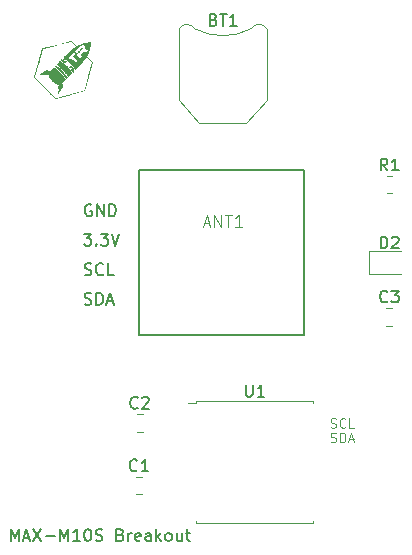
<source format=gbr>
%TF.GenerationSoftware,KiCad,Pcbnew,7.0.7*%
%TF.CreationDate,2023-11-29T00:44:13-05:00*%
%TF.ProjectId,GPS,4750532e-6b69-4636-9164-5f7063625858,rev?*%
%TF.SameCoordinates,Original*%
%TF.FileFunction,Legend,Top*%
%TF.FilePolarity,Positive*%
%FSLAX46Y46*%
G04 Gerber Fmt 4.6, Leading zero omitted, Abs format (unit mm)*
G04 Created by KiCad (PCBNEW 7.0.7) date 2023-11-29 00:44:13*
%MOMM*%
%LPD*%
G01*
G04 APERTURE LIST*
%ADD10C,0.150000*%
%ADD11C,0.100000*%
%ADD12C,0.120000*%
G04 APERTURE END LIST*
D10*
X132860588Y-68417438D02*
X132765350Y-68369819D01*
X132765350Y-68369819D02*
X132622493Y-68369819D01*
X132622493Y-68369819D02*
X132479636Y-68417438D01*
X132479636Y-68417438D02*
X132384398Y-68512676D01*
X132384398Y-68512676D02*
X132336779Y-68607914D01*
X132336779Y-68607914D02*
X132289160Y-68798390D01*
X132289160Y-68798390D02*
X132289160Y-68941247D01*
X132289160Y-68941247D02*
X132336779Y-69131723D01*
X132336779Y-69131723D02*
X132384398Y-69226961D01*
X132384398Y-69226961D02*
X132479636Y-69322200D01*
X132479636Y-69322200D02*
X132622493Y-69369819D01*
X132622493Y-69369819D02*
X132717731Y-69369819D01*
X132717731Y-69369819D02*
X132860588Y-69322200D01*
X132860588Y-69322200D02*
X132908207Y-69274580D01*
X132908207Y-69274580D02*
X132908207Y-68941247D01*
X132908207Y-68941247D02*
X132717731Y-68941247D01*
X133336779Y-69369819D02*
X133336779Y-68369819D01*
X133336779Y-68369819D02*
X133908207Y-69369819D01*
X133908207Y-69369819D02*
X133908207Y-68369819D01*
X134384398Y-69369819D02*
X134384398Y-68369819D01*
X134384398Y-68369819D02*
X134622493Y-68369819D01*
X134622493Y-68369819D02*
X134765350Y-68417438D01*
X134765350Y-68417438D02*
X134860588Y-68512676D01*
X134860588Y-68512676D02*
X134908207Y-68607914D01*
X134908207Y-68607914D02*
X134955826Y-68798390D01*
X134955826Y-68798390D02*
X134955826Y-68941247D01*
X134955826Y-68941247D02*
X134908207Y-69131723D01*
X134908207Y-69131723D02*
X134860588Y-69226961D01*
X134860588Y-69226961D02*
X134765350Y-69322200D01*
X134765350Y-69322200D02*
X134622493Y-69369819D01*
X134622493Y-69369819D02*
X134384398Y-69369819D01*
X132289160Y-74322200D02*
X132432017Y-74369819D01*
X132432017Y-74369819D02*
X132670112Y-74369819D01*
X132670112Y-74369819D02*
X132765350Y-74322200D01*
X132765350Y-74322200D02*
X132812969Y-74274580D01*
X132812969Y-74274580D02*
X132860588Y-74179342D01*
X132860588Y-74179342D02*
X132860588Y-74084104D01*
X132860588Y-74084104D02*
X132812969Y-73988866D01*
X132812969Y-73988866D02*
X132765350Y-73941247D01*
X132765350Y-73941247D02*
X132670112Y-73893628D01*
X132670112Y-73893628D02*
X132479636Y-73846009D01*
X132479636Y-73846009D02*
X132384398Y-73798390D01*
X132384398Y-73798390D02*
X132336779Y-73750771D01*
X132336779Y-73750771D02*
X132289160Y-73655533D01*
X132289160Y-73655533D02*
X132289160Y-73560295D01*
X132289160Y-73560295D02*
X132336779Y-73465057D01*
X132336779Y-73465057D02*
X132384398Y-73417438D01*
X132384398Y-73417438D02*
X132479636Y-73369819D01*
X132479636Y-73369819D02*
X132717731Y-73369819D01*
X132717731Y-73369819D02*
X132860588Y-73417438D01*
X133860588Y-74274580D02*
X133812969Y-74322200D01*
X133812969Y-74322200D02*
X133670112Y-74369819D01*
X133670112Y-74369819D02*
X133574874Y-74369819D01*
X133574874Y-74369819D02*
X133432017Y-74322200D01*
X133432017Y-74322200D02*
X133336779Y-74226961D01*
X133336779Y-74226961D02*
X133289160Y-74131723D01*
X133289160Y-74131723D02*
X133241541Y-73941247D01*
X133241541Y-73941247D02*
X133241541Y-73798390D01*
X133241541Y-73798390D02*
X133289160Y-73607914D01*
X133289160Y-73607914D02*
X133336779Y-73512676D01*
X133336779Y-73512676D02*
X133432017Y-73417438D01*
X133432017Y-73417438D02*
X133574874Y-73369819D01*
X133574874Y-73369819D02*
X133670112Y-73369819D01*
X133670112Y-73369819D02*
X133812969Y-73417438D01*
X133812969Y-73417438D02*
X133860588Y-73465057D01*
X134765350Y-74369819D02*
X134289160Y-74369819D01*
X134289160Y-74369819D02*
X134289160Y-73369819D01*
D11*
X153118169Y-88458800D02*
X153232455Y-88496895D01*
X153232455Y-88496895D02*
X153422931Y-88496895D01*
X153422931Y-88496895D02*
X153499122Y-88458800D01*
X153499122Y-88458800D02*
X153537217Y-88420704D01*
X153537217Y-88420704D02*
X153575312Y-88344514D01*
X153575312Y-88344514D02*
X153575312Y-88268323D01*
X153575312Y-88268323D02*
X153537217Y-88192133D01*
X153537217Y-88192133D02*
X153499122Y-88154038D01*
X153499122Y-88154038D02*
X153422931Y-88115942D01*
X153422931Y-88115942D02*
X153270550Y-88077847D01*
X153270550Y-88077847D02*
X153194360Y-88039752D01*
X153194360Y-88039752D02*
X153156265Y-88001657D01*
X153156265Y-88001657D02*
X153118169Y-87925466D01*
X153118169Y-87925466D02*
X153118169Y-87849276D01*
X153118169Y-87849276D02*
X153156265Y-87773085D01*
X153156265Y-87773085D02*
X153194360Y-87734990D01*
X153194360Y-87734990D02*
X153270550Y-87696895D01*
X153270550Y-87696895D02*
X153461027Y-87696895D01*
X153461027Y-87696895D02*
X153575312Y-87734990D01*
X153918170Y-88496895D02*
X153918170Y-87696895D01*
X153918170Y-87696895D02*
X154108646Y-87696895D01*
X154108646Y-87696895D02*
X154222932Y-87734990D01*
X154222932Y-87734990D02*
X154299122Y-87811180D01*
X154299122Y-87811180D02*
X154337217Y-87887371D01*
X154337217Y-87887371D02*
X154375313Y-88039752D01*
X154375313Y-88039752D02*
X154375313Y-88154038D01*
X154375313Y-88154038D02*
X154337217Y-88306419D01*
X154337217Y-88306419D02*
X154299122Y-88382609D01*
X154299122Y-88382609D02*
X154222932Y-88458800D01*
X154222932Y-88458800D02*
X154108646Y-88496895D01*
X154108646Y-88496895D02*
X153918170Y-88496895D01*
X154680074Y-88268323D02*
X155061027Y-88268323D01*
X154603884Y-88496895D02*
X154870551Y-87696895D01*
X154870551Y-87696895D02*
X155137217Y-88496895D01*
D10*
X132241541Y-70869819D02*
X132860588Y-70869819D01*
X132860588Y-70869819D02*
X132527255Y-71250771D01*
X132527255Y-71250771D02*
X132670112Y-71250771D01*
X132670112Y-71250771D02*
X132765350Y-71298390D01*
X132765350Y-71298390D02*
X132812969Y-71346009D01*
X132812969Y-71346009D02*
X132860588Y-71441247D01*
X132860588Y-71441247D02*
X132860588Y-71679342D01*
X132860588Y-71679342D02*
X132812969Y-71774580D01*
X132812969Y-71774580D02*
X132765350Y-71822200D01*
X132765350Y-71822200D02*
X132670112Y-71869819D01*
X132670112Y-71869819D02*
X132384398Y-71869819D01*
X132384398Y-71869819D02*
X132289160Y-71822200D01*
X132289160Y-71822200D02*
X132241541Y-71774580D01*
X133289160Y-71774580D02*
X133336779Y-71822200D01*
X133336779Y-71822200D02*
X133289160Y-71869819D01*
X133289160Y-71869819D02*
X133241541Y-71822200D01*
X133241541Y-71822200D02*
X133289160Y-71774580D01*
X133289160Y-71774580D02*
X133289160Y-71869819D01*
X133670112Y-70869819D02*
X134289159Y-70869819D01*
X134289159Y-70869819D02*
X133955826Y-71250771D01*
X133955826Y-71250771D02*
X134098683Y-71250771D01*
X134098683Y-71250771D02*
X134193921Y-71298390D01*
X134193921Y-71298390D02*
X134241540Y-71346009D01*
X134241540Y-71346009D02*
X134289159Y-71441247D01*
X134289159Y-71441247D02*
X134289159Y-71679342D01*
X134289159Y-71679342D02*
X134241540Y-71774580D01*
X134241540Y-71774580D02*
X134193921Y-71822200D01*
X134193921Y-71822200D02*
X134098683Y-71869819D01*
X134098683Y-71869819D02*
X133812969Y-71869819D01*
X133812969Y-71869819D02*
X133717731Y-71822200D01*
X133717731Y-71822200D02*
X133670112Y-71774580D01*
X134574874Y-70869819D02*
X134908207Y-71869819D01*
X134908207Y-71869819D02*
X135241540Y-70869819D01*
X126036779Y-96869819D02*
X126036779Y-95869819D01*
X126036779Y-95869819D02*
X126370112Y-96584104D01*
X126370112Y-96584104D02*
X126703445Y-95869819D01*
X126703445Y-95869819D02*
X126703445Y-96869819D01*
X127132017Y-96584104D02*
X127608207Y-96584104D01*
X127036779Y-96869819D02*
X127370112Y-95869819D01*
X127370112Y-95869819D02*
X127703445Y-96869819D01*
X127941541Y-95869819D02*
X128608207Y-96869819D01*
X128608207Y-95869819D02*
X127941541Y-96869819D01*
X128989160Y-96488866D02*
X129751065Y-96488866D01*
X130227255Y-96869819D02*
X130227255Y-95869819D01*
X130227255Y-95869819D02*
X130560588Y-96584104D01*
X130560588Y-96584104D02*
X130893921Y-95869819D01*
X130893921Y-95869819D02*
X130893921Y-96869819D01*
X131893921Y-96869819D02*
X131322493Y-96869819D01*
X131608207Y-96869819D02*
X131608207Y-95869819D01*
X131608207Y-95869819D02*
X131512969Y-96012676D01*
X131512969Y-96012676D02*
X131417731Y-96107914D01*
X131417731Y-96107914D02*
X131322493Y-96155533D01*
X132512969Y-95869819D02*
X132608207Y-95869819D01*
X132608207Y-95869819D02*
X132703445Y-95917438D01*
X132703445Y-95917438D02*
X132751064Y-95965057D01*
X132751064Y-95965057D02*
X132798683Y-96060295D01*
X132798683Y-96060295D02*
X132846302Y-96250771D01*
X132846302Y-96250771D02*
X132846302Y-96488866D01*
X132846302Y-96488866D02*
X132798683Y-96679342D01*
X132798683Y-96679342D02*
X132751064Y-96774580D01*
X132751064Y-96774580D02*
X132703445Y-96822200D01*
X132703445Y-96822200D02*
X132608207Y-96869819D01*
X132608207Y-96869819D02*
X132512969Y-96869819D01*
X132512969Y-96869819D02*
X132417731Y-96822200D01*
X132417731Y-96822200D02*
X132370112Y-96774580D01*
X132370112Y-96774580D02*
X132322493Y-96679342D01*
X132322493Y-96679342D02*
X132274874Y-96488866D01*
X132274874Y-96488866D02*
X132274874Y-96250771D01*
X132274874Y-96250771D02*
X132322493Y-96060295D01*
X132322493Y-96060295D02*
X132370112Y-95965057D01*
X132370112Y-95965057D02*
X132417731Y-95917438D01*
X132417731Y-95917438D02*
X132512969Y-95869819D01*
X133227255Y-96822200D02*
X133370112Y-96869819D01*
X133370112Y-96869819D02*
X133608207Y-96869819D01*
X133608207Y-96869819D02*
X133703445Y-96822200D01*
X133703445Y-96822200D02*
X133751064Y-96774580D01*
X133751064Y-96774580D02*
X133798683Y-96679342D01*
X133798683Y-96679342D02*
X133798683Y-96584104D01*
X133798683Y-96584104D02*
X133751064Y-96488866D01*
X133751064Y-96488866D02*
X133703445Y-96441247D01*
X133703445Y-96441247D02*
X133608207Y-96393628D01*
X133608207Y-96393628D02*
X133417731Y-96346009D01*
X133417731Y-96346009D02*
X133322493Y-96298390D01*
X133322493Y-96298390D02*
X133274874Y-96250771D01*
X133274874Y-96250771D02*
X133227255Y-96155533D01*
X133227255Y-96155533D02*
X133227255Y-96060295D01*
X133227255Y-96060295D02*
X133274874Y-95965057D01*
X133274874Y-95965057D02*
X133322493Y-95917438D01*
X133322493Y-95917438D02*
X133417731Y-95869819D01*
X133417731Y-95869819D02*
X133655826Y-95869819D01*
X133655826Y-95869819D02*
X133798683Y-95917438D01*
X135322493Y-96346009D02*
X135465350Y-96393628D01*
X135465350Y-96393628D02*
X135512969Y-96441247D01*
X135512969Y-96441247D02*
X135560588Y-96536485D01*
X135560588Y-96536485D02*
X135560588Y-96679342D01*
X135560588Y-96679342D02*
X135512969Y-96774580D01*
X135512969Y-96774580D02*
X135465350Y-96822200D01*
X135465350Y-96822200D02*
X135370112Y-96869819D01*
X135370112Y-96869819D02*
X134989160Y-96869819D01*
X134989160Y-96869819D02*
X134989160Y-95869819D01*
X134989160Y-95869819D02*
X135322493Y-95869819D01*
X135322493Y-95869819D02*
X135417731Y-95917438D01*
X135417731Y-95917438D02*
X135465350Y-95965057D01*
X135465350Y-95965057D02*
X135512969Y-96060295D01*
X135512969Y-96060295D02*
X135512969Y-96155533D01*
X135512969Y-96155533D02*
X135465350Y-96250771D01*
X135465350Y-96250771D02*
X135417731Y-96298390D01*
X135417731Y-96298390D02*
X135322493Y-96346009D01*
X135322493Y-96346009D02*
X134989160Y-96346009D01*
X135989160Y-96869819D02*
X135989160Y-96203152D01*
X135989160Y-96393628D02*
X136036779Y-96298390D01*
X136036779Y-96298390D02*
X136084398Y-96250771D01*
X136084398Y-96250771D02*
X136179636Y-96203152D01*
X136179636Y-96203152D02*
X136274874Y-96203152D01*
X136989160Y-96822200D02*
X136893922Y-96869819D01*
X136893922Y-96869819D02*
X136703446Y-96869819D01*
X136703446Y-96869819D02*
X136608208Y-96822200D01*
X136608208Y-96822200D02*
X136560589Y-96726961D01*
X136560589Y-96726961D02*
X136560589Y-96346009D01*
X136560589Y-96346009D02*
X136608208Y-96250771D01*
X136608208Y-96250771D02*
X136703446Y-96203152D01*
X136703446Y-96203152D02*
X136893922Y-96203152D01*
X136893922Y-96203152D02*
X136989160Y-96250771D01*
X136989160Y-96250771D02*
X137036779Y-96346009D01*
X137036779Y-96346009D02*
X137036779Y-96441247D01*
X137036779Y-96441247D02*
X136560589Y-96536485D01*
X137893922Y-96869819D02*
X137893922Y-96346009D01*
X137893922Y-96346009D02*
X137846303Y-96250771D01*
X137846303Y-96250771D02*
X137751065Y-96203152D01*
X137751065Y-96203152D02*
X137560589Y-96203152D01*
X137560589Y-96203152D02*
X137465351Y-96250771D01*
X137893922Y-96822200D02*
X137798684Y-96869819D01*
X137798684Y-96869819D02*
X137560589Y-96869819D01*
X137560589Y-96869819D02*
X137465351Y-96822200D01*
X137465351Y-96822200D02*
X137417732Y-96726961D01*
X137417732Y-96726961D02*
X137417732Y-96631723D01*
X137417732Y-96631723D02*
X137465351Y-96536485D01*
X137465351Y-96536485D02*
X137560589Y-96488866D01*
X137560589Y-96488866D02*
X137798684Y-96488866D01*
X137798684Y-96488866D02*
X137893922Y-96441247D01*
X138370113Y-96869819D02*
X138370113Y-95869819D01*
X138465351Y-96488866D02*
X138751065Y-96869819D01*
X138751065Y-96203152D02*
X138370113Y-96584104D01*
X139322494Y-96869819D02*
X139227256Y-96822200D01*
X139227256Y-96822200D02*
X139179637Y-96774580D01*
X139179637Y-96774580D02*
X139132018Y-96679342D01*
X139132018Y-96679342D02*
X139132018Y-96393628D01*
X139132018Y-96393628D02*
X139179637Y-96298390D01*
X139179637Y-96298390D02*
X139227256Y-96250771D01*
X139227256Y-96250771D02*
X139322494Y-96203152D01*
X139322494Y-96203152D02*
X139465351Y-96203152D01*
X139465351Y-96203152D02*
X139560589Y-96250771D01*
X139560589Y-96250771D02*
X139608208Y-96298390D01*
X139608208Y-96298390D02*
X139655827Y-96393628D01*
X139655827Y-96393628D02*
X139655827Y-96679342D01*
X139655827Y-96679342D02*
X139608208Y-96774580D01*
X139608208Y-96774580D02*
X139560589Y-96822200D01*
X139560589Y-96822200D02*
X139465351Y-96869819D01*
X139465351Y-96869819D02*
X139322494Y-96869819D01*
X140512970Y-96203152D02*
X140512970Y-96869819D01*
X140084399Y-96203152D02*
X140084399Y-96726961D01*
X140084399Y-96726961D02*
X140132018Y-96822200D01*
X140132018Y-96822200D02*
X140227256Y-96869819D01*
X140227256Y-96869819D02*
X140370113Y-96869819D01*
X140370113Y-96869819D02*
X140465351Y-96822200D01*
X140465351Y-96822200D02*
X140512970Y-96774580D01*
X140846304Y-96203152D02*
X141227256Y-96203152D01*
X140989161Y-95869819D02*
X140989161Y-96726961D01*
X140989161Y-96726961D02*
X141036780Y-96822200D01*
X141036780Y-96822200D02*
X141132018Y-96869819D01*
X141132018Y-96869819D02*
X141227256Y-96869819D01*
X132289160Y-76822200D02*
X132432017Y-76869819D01*
X132432017Y-76869819D02*
X132670112Y-76869819D01*
X132670112Y-76869819D02*
X132765350Y-76822200D01*
X132765350Y-76822200D02*
X132812969Y-76774580D01*
X132812969Y-76774580D02*
X132860588Y-76679342D01*
X132860588Y-76679342D02*
X132860588Y-76584104D01*
X132860588Y-76584104D02*
X132812969Y-76488866D01*
X132812969Y-76488866D02*
X132765350Y-76441247D01*
X132765350Y-76441247D02*
X132670112Y-76393628D01*
X132670112Y-76393628D02*
X132479636Y-76346009D01*
X132479636Y-76346009D02*
X132384398Y-76298390D01*
X132384398Y-76298390D02*
X132336779Y-76250771D01*
X132336779Y-76250771D02*
X132289160Y-76155533D01*
X132289160Y-76155533D02*
X132289160Y-76060295D01*
X132289160Y-76060295D02*
X132336779Y-75965057D01*
X132336779Y-75965057D02*
X132384398Y-75917438D01*
X132384398Y-75917438D02*
X132479636Y-75869819D01*
X132479636Y-75869819D02*
X132717731Y-75869819D01*
X132717731Y-75869819D02*
X132860588Y-75917438D01*
X133289160Y-76869819D02*
X133289160Y-75869819D01*
X133289160Y-75869819D02*
X133527255Y-75869819D01*
X133527255Y-75869819D02*
X133670112Y-75917438D01*
X133670112Y-75917438D02*
X133765350Y-76012676D01*
X133765350Y-76012676D02*
X133812969Y-76107914D01*
X133812969Y-76107914D02*
X133860588Y-76298390D01*
X133860588Y-76298390D02*
X133860588Y-76441247D01*
X133860588Y-76441247D02*
X133812969Y-76631723D01*
X133812969Y-76631723D02*
X133765350Y-76726961D01*
X133765350Y-76726961D02*
X133670112Y-76822200D01*
X133670112Y-76822200D02*
X133527255Y-76869819D01*
X133527255Y-76869819D02*
X133289160Y-76869819D01*
X134241541Y-76584104D02*
X134717731Y-76584104D01*
X134146303Y-76869819D02*
X134479636Y-75869819D01*
X134479636Y-75869819D02*
X134812969Y-76869819D01*
D11*
X153118169Y-87258800D02*
X153232455Y-87296895D01*
X153232455Y-87296895D02*
X153422931Y-87296895D01*
X153422931Y-87296895D02*
X153499122Y-87258800D01*
X153499122Y-87258800D02*
X153537217Y-87220704D01*
X153537217Y-87220704D02*
X153575312Y-87144514D01*
X153575312Y-87144514D02*
X153575312Y-87068323D01*
X153575312Y-87068323D02*
X153537217Y-86992133D01*
X153537217Y-86992133D02*
X153499122Y-86954038D01*
X153499122Y-86954038D02*
X153422931Y-86915942D01*
X153422931Y-86915942D02*
X153270550Y-86877847D01*
X153270550Y-86877847D02*
X153194360Y-86839752D01*
X153194360Y-86839752D02*
X153156265Y-86801657D01*
X153156265Y-86801657D02*
X153118169Y-86725466D01*
X153118169Y-86725466D02*
X153118169Y-86649276D01*
X153118169Y-86649276D02*
X153156265Y-86573085D01*
X153156265Y-86573085D02*
X153194360Y-86534990D01*
X153194360Y-86534990D02*
X153270550Y-86496895D01*
X153270550Y-86496895D02*
X153461027Y-86496895D01*
X153461027Y-86496895D02*
X153575312Y-86534990D01*
X154375313Y-87220704D02*
X154337217Y-87258800D01*
X154337217Y-87258800D02*
X154222932Y-87296895D01*
X154222932Y-87296895D02*
X154146741Y-87296895D01*
X154146741Y-87296895D02*
X154032455Y-87258800D01*
X154032455Y-87258800D02*
X153956265Y-87182609D01*
X153956265Y-87182609D02*
X153918170Y-87106419D01*
X153918170Y-87106419D02*
X153880074Y-86954038D01*
X153880074Y-86954038D02*
X153880074Y-86839752D01*
X153880074Y-86839752D02*
X153918170Y-86687371D01*
X153918170Y-86687371D02*
X153956265Y-86611180D01*
X153956265Y-86611180D02*
X154032455Y-86534990D01*
X154032455Y-86534990D02*
X154146741Y-86496895D01*
X154146741Y-86496895D02*
X154222932Y-86496895D01*
X154222932Y-86496895D02*
X154337217Y-86534990D01*
X154337217Y-86534990D02*
X154375313Y-86573085D01*
X155099122Y-87296895D02*
X154718170Y-87296895D01*
X154718170Y-87296895D02*
X154718170Y-86496895D01*
D10*
X145938095Y-83654819D02*
X145938095Y-84464342D01*
X145938095Y-84464342D02*
X145985714Y-84559580D01*
X145985714Y-84559580D02*
X146033333Y-84607200D01*
X146033333Y-84607200D02*
X146128571Y-84654819D01*
X146128571Y-84654819D02*
X146319047Y-84654819D01*
X146319047Y-84654819D02*
X146414285Y-84607200D01*
X146414285Y-84607200D02*
X146461904Y-84559580D01*
X146461904Y-84559580D02*
X146509523Y-84464342D01*
X146509523Y-84464342D02*
X146509523Y-83654819D01*
X147509523Y-84654819D02*
X146938095Y-84654819D01*
X147223809Y-84654819D02*
X147223809Y-83654819D01*
X147223809Y-83654819D02*
X147128571Y-83797676D01*
X147128571Y-83797676D02*
X147033333Y-83892914D01*
X147033333Y-83892914D02*
X146938095Y-83940533D01*
X136733333Y-90879580D02*
X136685714Y-90927200D01*
X136685714Y-90927200D02*
X136542857Y-90974819D01*
X136542857Y-90974819D02*
X136447619Y-90974819D01*
X136447619Y-90974819D02*
X136304762Y-90927200D01*
X136304762Y-90927200D02*
X136209524Y-90831961D01*
X136209524Y-90831961D02*
X136161905Y-90736723D01*
X136161905Y-90736723D02*
X136114286Y-90546247D01*
X136114286Y-90546247D02*
X136114286Y-90403390D01*
X136114286Y-90403390D02*
X136161905Y-90212914D01*
X136161905Y-90212914D02*
X136209524Y-90117676D01*
X136209524Y-90117676D02*
X136304762Y-90022438D01*
X136304762Y-90022438D02*
X136447619Y-89974819D01*
X136447619Y-89974819D02*
X136542857Y-89974819D01*
X136542857Y-89974819D02*
X136685714Y-90022438D01*
X136685714Y-90022438D02*
X136733333Y-90070057D01*
X137685714Y-90974819D02*
X137114286Y-90974819D01*
X137400000Y-90974819D02*
X137400000Y-89974819D01*
X137400000Y-89974819D02*
X137304762Y-90117676D01*
X137304762Y-90117676D02*
X137209524Y-90212914D01*
X137209524Y-90212914D02*
X137114286Y-90260533D01*
X157933333Y-76579580D02*
X157885714Y-76627200D01*
X157885714Y-76627200D02*
X157742857Y-76674819D01*
X157742857Y-76674819D02*
X157647619Y-76674819D01*
X157647619Y-76674819D02*
X157504762Y-76627200D01*
X157504762Y-76627200D02*
X157409524Y-76531961D01*
X157409524Y-76531961D02*
X157361905Y-76436723D01*
X157361905Y-76436723D02*
X157314286Y-76246247D01*
X157314286Y-76246247D02*
X157314286Y-76103390D01*
X157314286Y-76103390D02*
X157361905Y-75912914D01*
X157361905Y-75912914D02*
X157409524Y-75817676D01*
X157409524Y-75817676D02*
X157504762Y-75722438D01*
X157504762Y-75722438D02*
X157647619Y-75674819D01*
X157647619Y-75674819D02*
X157742857Y-75674819D01*
X157742857Y-75674819D02*
X157885714Y-75722438D01*
X157885714Y-75722438D02*
X157933333Y-75770057D01*
X158266667Y-75674819D02*
X158885714Y-75674819D01*
X158885714Y-75674819D02*
X158552381Y-76055771D01*
X158552381Y-76055771D02*
X158695238Y-76055771D01*
X158695238Y-76055771D02*
X158790476Y-76103390D01*
X158790476Y-76103390D02*
X158838095Y-76151009D01*
X158838095Y-76151009D02*
X158885714Y-76246247D01*
X158885714Y-76246247D02*
X158885714Y-76484342D01*
X158885714Y-76484342D02*
X158838095Y-76579580D01*
X158838095Y-76579580D02*
X158790476Y-76627200D01*
X158790476Y-76627200D02*
X158695238Y-76674819D01*
X158695238Y-76674819D02*
X158409524Y-76674819D01*
X158409524Y-76674819D02*
X158314286Y-76627200D01*
X158314286Y-76627200D02*
X158266667Y-76579580D01*
D11*
X142380952Y-69971704D02*
X142857142Y-69971704D01*
X142285714Y-70257419D02*
X142619047Y-69257419D01*
X142619047Y-69257419D02*
X142952380Y-70257419D01*
X143285714Y-70257419D02*
X143285714Y-69257419D01*
X143285714Y-69257419D02*
X143857142Y-70257419D01*
X143857142Y-70257419D02*
X143857142Y-69257419D01*
X144190476Y-69257419D02*
X144761904Y-69257419D01*
X144476190Y-70257419D02*
X144476190Y-69257419D01*
X145619047Y-70257419D02*
X145047619Y-70257419D01*
X145333333Y-70257419D02*
X145333333Y-69257419D01*
X145333333Y-69257419D02*
X145238095Y-69400276D01*
X145238095Y-69400276D02*
X145142857Y-69495514D01*
X145142857Y-69495514D02*
X145047619Y-69543133D01*
D10*
X157361905Y-72104819D02*
X157361905Y-71104819D01*
X157361905Y-71104819D02*
X157600000Y-71104819D01*
X157600000Y-71104819D02*
X157742857Y-71152438D01*
X157742857Y-71152438D02*
X157838095Y-71247676D01*
X157838095Y-71247676D02*
X157885714Y-71342914D01*
X157885714Y-71342914D02*
X157933333Y-71533390D01*
X157933333Y-71533390D02*
X157933333Y-71676247D01*
X157933333Y-71676247D02*
X157885714Y-71866723D01*
X157885714Y-71866723D02*
X157838095Y-71961961D01*
X157838095Y-71961961D02*
X157742857Y-72057200D01*
X157742857Y-72057200D02*
X157600000Y-72104819D01*
X157600000Y-72104819D02*
X157361905Y-72104819D01*
X158314286Y-71200057D02*
X158361905Y-71152438D01*
X158361905Y-71152438D02*
X158457143Y-71104819D01*
X158457143Y-71104819D02*
X158695238Y-71104819D01*
X158695238Y-71104819D02*
X158790476Y-71152438D01*
X158790476Y-71152438D02*
X158838095Y-71200057D01*
X158838095Y-71200057D02*
X158885714Y-71295295D01*
X158885714Y-71295295D02*
X158885714Y-71390533D01*
X158885714Y-71390533D02*
X158838095Y-71533390D01*
X158838095Y-71533390D02*
X158266667Y-72104819D01*
X158266667Y-72104819D02*
X158885714Y-72104819D01*
X143214285Y-52731009D02*
X143357142Y-52778628D01*
X143357142Y-52778628D02*
X143404761Y-52826247D01*
X143404761Y-52826247D02*
X143452380Y-52921485D01*
X143452380Y-52921485D02*
X143452380Y-53064342D01*
X143452380Y-53064342D02*
X143404761Y-53159580D01*
X143404761Y-53159580D02*
X143357142Y-53207200D01*
X143357142Y-53207200D02*
X143261904Y-53254819D01*
X143261904Y-53254819D02*
X142880952Y-53254819D01*
X142880952Y-53254819D02*
X142880952Y-52254819D01*
X142880952Y-52254819D02*
X143214285Y-52254819D01*
X143214285Y-52254819D02*
X143309523Y-52302438D01*
X143309523Y-52302438D02*
X143357142Y-52350057D01*
X143357142Y-52350057D02*
X143404761Y-52445295D01*
X143404761Y-52445295D02*
X143404761Y-52540533D01*
X143404761Y-52540533D02*
X143357142Y-52635771D01*
X143357142Y-52635771D02*
X143309523Y-52683390D01*
X143309523Y-52683390D02*
X143214285Y-52731009D01*
X143214285Y-52731009D02*
X142880952Y-52731009D01*
X143738095Y-52254819D02*
X144309523Y-52254819D01*
X144023809Y-53254819D02*
X144023809Y-52254819D01*
X145166666Y-53254819D02*
X144595238Y-53254819D01*
X144880952Y-53254819D02*
X144880952Y-52254819D01*
X144880952Y-52254819D02*
X144785714Y-52397676D01*
X144785714Y-52397676D02*
X144690476Y-52492914D01*
X144690476Y-52492914D02*
X144595238Y-52540533D01*
X157933333Y-65504819D02*
X157600000Y-65028628D01*
X157361905Y-65504819D02*
X157361905Y-64504819D01*
X157361905Y-64504819D02*
X157742857Y-64504819D01*
X157742857Y-64504819D02*
X157838095Y-64552438D01*
X157838095Y-64552438D02*
X157885714Y-64600057D01*
X157885714Y-64600057D02*
X157933333Y-64695295D01*
X157933333Y-64695295D02*
X157933333Y-64838152D01*
X157933333Y-64838152D02*
X157885714Y-64933390D01*
X157885714Y-64933390D02*
X157838095Y-64981009D01*
X157838095Y-64981009D02*
X157742857Y-65028628D01*
X157742857Y-65028628D02*
X157361905Y-65028628D01*
X158885714Y-65504819D02*
X158314286Y-65504819D01*
X158600000Y-65504819D02*
X158600000Y-64504819D01*
X158600000Y-64504819D02*
X158504762Y-64647676D01*
X158504762Y-64647676D02*
X158409524Y-64742914D01*
X158409524Y-64742914D02*
X158314286Y-64790533D01*
X136783333Y-85579580D02*
X136735714Y-85627200D01*
X136735714Y-85627200D02*
X136592857Y-85674819D01*
X136592857Y-85674819D02*
X136497619Y-85674819D01*
X136497619Y-85674819D02*
X136354762Y-85627200D01*
X136354762Y-85627200D02*
X136259524Y-85531961D01*
X136259524Y-85531961D02*
X136211905Y-85436723D01*
X136211905Y-85436723D02*
X136164286Y-85246247D01*
X136164286Y-85246247D02*
X136164286Y-85103390D01*
X136164286Y-85103390D02*
X136211905Y-84912914D01*
X136211905Y-84912914D02*
X136259524Y-84817676D01*
X136259524Y-84817676D02*
X136354762Y-84722438D01*
X136354762Y-84722438D02*
X136497619Y-84674819D01*
X136497619Y-84674819D02*
X136592857Y-84674819D01*
X136592857Y-84674819D02*
X136735714Y-84722438D01*
X136735714Y-84722438D02*
X136783333Y-84770057D01*
X137164286Y-84770057D02*
X137211905Y-84722438D01*
X137211905Y-84722438D02*
X137307143Y-84674819D01*
X137307143Y-84674819D02*
X137545238Y-84674819D01*
X137545238Y-84674819D02*
X137640476Y-84722438D01*
X137640476Y-84722438D02*
X137688095Y-84770057D01*
X137688095Y-84770057D02*
X137735714Y-84865295D01*
X137735714Y-84865295D02*
X137735714Y-84960533D01*
X137735714Y-84960533D02*
X137688095Y-85103390D01*
X137688095Y-85103390D02*
X137116667Y-85674819D01*
X137116667Y-85674819D02*
X137735714Y-85674819D01*
D12*
%TO.C,U1*%
X141050000Y-85190000D02*
X141740000Y-85190000D01*
X141740000Y-85040000D02*
X141740000Y-85190000D01*
X141740000Y-85040000D02*
X151660000Y-85040000D01*
X141740000Y-95210000D02*
X141740000Y-95360000D01*
X141740000Y-95360000D02*
X151660000Y-95360000D01*
X151660000Y-85040000D02*
X151660000Y-85190000D01*
X151660000Y-95210000D02*
X151660000Y-95360000D01*
%TO.C,C1*%
X136638748Y-91465000D02*
X137161252Y-91465000D01*
X136638748Y-92935000D02*
X137161252Y-92935000D01*
%TO.C,C3*%
X157838748Y-77165000D02*
X158361252Y-77165000D01*
X157838748Y-78635000D02*
X158361252Y-78635000D01*
D10*
%TO.C,ANT1*%
X136900000Y-65455000D02*
X150900000Y-65455000D01*
X150900000Y-65455000D02*
X150900000Y-79475000D01*
X150900000Y-79475000D02*
X136900000Y-79475000D01*
X136900000Y-79475000D02*
X136900000Y-65455000D01*
D12*
%TO.C,D2*%
X156415000Y-72340000D02*
X156415000Y-74260000D01*
X156415000Y-74260000D02*
X159100000Y-74260000D01*
X159100000Y-72340000D02*
X156415000Y-72340000D01*
%TO.C,BT1*%
X140300000Y-53500000D02*
X140300000Y-59500000D01*
X142000000Y-61500000D02*
X140300000Y-59500000D01*
X142000000Y-61500000D02*
X146000000Y-61500000D01*
X146000000Y-61500000D02*
X147700000Y-59500000D01*
X147700000Y-53500000D02*
X147700000Y-59500000D01*
X141600000Y-53500000D02*
G75*
G03*
X140294352Y-53509327I-650000J-400001D01*
G01*
X141600000Y-53500000D02*
G75*
G03*
X146391383Y-53504585I2400000J4499997D01*
G01*
X147703722Y-53500001D02*
G75*
G03*
X146392628Y-53506028I-653722J-399999D01*
G01*
%TO.C,G\u002A\u002A\u002A*%
G36*
X130779988Y-56418335D02*
G01*
X130778016Y-56420307D01*
X130776044Y-56418335D01*
X130778016Y-56416364D01*
X130779988Y-56418335D01*
G37*
G36*
X130783931Y-56441996D02*
G01*
X130781960Y-56443968D01*
X130779988Y-56441996D01*
X130781960Y-56440025D01*
X130783931Y-56441996D01*
G37*
G36*
X130807592Y-56493262D02*
G01*
X130805621Y-56495233D01*
X130803649Y-56493262D01*
X130805621Y-56491290D01*
X130807592Y-56493262D01*
G37*
G36*
X130815479Y-56489318D02*
G01*
X130813508Y-56491290D01*
X130811536Y-56489318D01*
X130813508Y-56487347D01*
X130815479Y-56489318D01*
G37*
G36*
X130823366Y-56481431D02*
G01*
X130821394Y-56483403D01*
X130819423Y-56481431D01*
X130821394Y-56479460D01*
X130823366Y-56481431D01*
G37*
G36*
X130847027Y-56603679D02*
G01*
X130845055Y-56605651D01*
X130843084Y-56603679D01*
X130845055Y-56601708D01*
X130847027Y-56603679D01*
G37*
G36*
X130878575Y-56532697D02*
G01*
X130876603Y-56534668D01*
X130874632Y-56532697D01*
X130876603Y-56530725D01*
X130878575Y-56532697D01*
G37*
G36*
X130878575Y-56572131D02*
G01*
X130876603Y-56574103D01*
X130874632Y-56572131D01*
X130876603Y-56570160D01*
X130878575Y-56572131D01*
G37*
G36*
X130890405Y-56544527D02*
G01*
X130888434Y-56546499D01*
X130886462Y-56544527D01*
X130888434Y-56542555D01*
X130890405Y-56544527D01*
G37*
G36*
X130898292Y-56552414D02*
G01*
X130896321Y-56554386D01*
X130894349Y-56552414D01*
X130896321Y-56550442D01*
X130898292Y-56552414D01*
G37*
G36*
X130906179Y-56639171D02*
G01*
X130904208Y-56641142D01*
X130902236Y-56639171D01*
X130904208Y-56637199D01*
X130906179Y-56639171D01*
G37*
G36*
X130914066Y-56627340D02*
G01*
X130912095Y-56629312D01*
X130910123Y-56627340D01*
X130912095Y-56625369D01*
X130914066Y-56627340D01*
G37*
G36*
X130949558Y-56576075D02*
G01*
X130947586Y-56578047D01*
X130945614Y-56576075D01*
X130947586Y-56574103D01*
X130949558Y-56576075D01*
G37*
G36*
X130953501Y-56552414D02*
G01*
X130951530Y-56554386D01*
X130949558Y-56552414D01*
X130951530Y-56550442D01*
X130953501Y-56552414D01*
G37*
G36*
X130965332Y-56564245D02*
G01*
X130963360Y-56566216D01*
X130961388Y-56564245D01*
X130963360Y-56562273D01*
X130965332Y-56564245D01*
G37*
G36*
X130973219Y-56572131D02*
G01*
X130971247Y-56574103D01*
X130969275Y-56572131D01*
X130971247Y-56570160D01*
X130973219Y-56572131D01*
G37*
G36*
X130977162Y-56607623D02*
G01*
X130975190Y-56609595D01*
X130973219Y-56607623D01*
X130975190Y-56605651D01*
X130977162Y-56607623D01*
G37*
G36*
X130988993Y-56619453D02*
G01*
X130987021Y-56621425D01*
X130985049Y-56619453D01*
X130987021Y-56617482D01*
X130988993Y-56619453D01*
G37*
G36*
X130992936Y-56544527D02*
G01*
X130990964Y-56546499D01*
X130988993Y-56544527D01*
X130990964Y-56542555D01*
X130992936Y-56544527D01*
G37*
G36*
X131016597Y-56512979D02*
G01*
X131014625Y-56514951D01*
X131012654Y-56512979D01*
X131014625Y-56511007D01*
X131016597Y-56512979D01*
G37*
G36*
X131020541Y-56524810D02*
G01*
X131018569Y-56526781D01*
X131016597Y-56524810D01*
X131018569Y-56522838D01*
X131020541Y-56524810D01*
G37*
G36*
X131040258Y-56611566D02*
G01*
X131038286Y-56613538D01*
X131036315Y-56611566D01*
X131038286Y-56609595D01*
X131040258Y-56611566D01*
G37*
G36*
X131048145Y-56607623D02*
G01*
X131046173Y-56609595D01*
X131044201Y-56607623D01*
X131046173Y-56605651D01*
X131048145Y-56607623D01*
G37*
G36*
X131056032Y-56654945D02*
G01*
X131054060Y-56656916D01*
X131052088Y-56654945D01*
X131054060Y-56652973D01*
X131056032Y-56654945D01*
G37*
G36*
X131063919Y-56615510D02*
G01*
X131061947Y-56617482D01*
X131059975Y-56615510D01*
X131061947Y-56613538D01*
X131063919Y-56615510D01*
G37*
G36*
X131063919Y-56643114D02*
G01*
X131061947Y-56645086D01*
X131059975Y-56643114D01*
X131061947Y-56641142D01*
X131063919Y-56643114D01*
G37*
G36*
X131063919Y-56662832D02*
G01*
X131061947Y-56664803D01*
X131059975Y-56662832D01*
X131061947Y-56660860D01*
X131063919Y-56662832D01*
G37*
G36*
X131063919Y-56690436D02*
G01*
X131061947Y-56692408D01*
X131059975Y-56690436D01*
X131061947Y-56688464D01*
X131063919Y-56690436D01*
G37*
G36*
X131067862Y-56623397D02*
G01*
X131065891Y-56625369D01*
X131063919Y-56623397D01*
X131065891Y-56621425D01*
X131067862Y-56623397D01*
G37*
G36*
X131067862Y-56635227D02*
G01*
X131065891Y-56637199D01*
X131063919Y-56635227D01*
X131065891Y-56633256D01*
X131067862Y-56635227D01*
G37*
G36*
X130798391Y-56496548D02*
G01*
X130797849Y-56498892D01*
X130795762Y-56499177D01*
X130792516Y-56497734D01*
X130793133Y-56496548D01*
X130797813Y-56496076D01*
X130798391Y-56496548D01*
G37*
G36*
X130829939Y-56571474D02*
G01*
X130830411Y-56576154D01*
X130829939Y-56576732D01*
X130827594Y-56576191D01*
X130827310Y-56574103D01*
X130828753Y-56570857D01*
X130829939Y-56571474D01*
G37*
G36*
X131003452Y-56543870D02*
G01*
X131002911Y-56546214D01*
X131000823Y-56546499D01*
X130997577Y-56545056D01*
X130998194Y-56543870D01*
X131002874Y-56543398D01*
X131003452Y-56543870D01*
G37*
G36*
X131066548Y-56674005D02*
G01*
X131067020Y-56678685D01*
X131066548Y-56679263D01*
X131064204Y-56678722D01*
X131063919Y-56676634D01*
X131065362Y-56673388D01*
X131066548Y-56674005D01*
G37*
G36*
X130783322Y-56488942D02*
G01*
X130787522Y-56492607D01*
X130787875Y-56493494D01*
X130786003Y-56495115D01*
X130782107Y-56491483D01*
X130781583Y-56490681D01*
X130781118Y-56487982D01*
X130783322Y-56488942D01*
G37*
G36*
X130932798Y-56559926D02*
G01*
X130940249Y-56566918D01*
X130941325Y-56569964D01*
X130940310Y-56570160D01*
X130937090Y-56567500D01*
X130931437Y-56561287D01*
X130923925Y-56552414D01*
X130932798Y-56559926D01*
G37*
G36*
X130980496Y-56579642D02*
G01*
X130984730Y-56583613D01*
X130983861Y-56585895D01*
X130983310Y-56585934D01*
X130979975Y-56583133D01*
X130978757Y-56581381D01*
X130978293Y-56578682D01*
X130980496Y-56579642D01*
G37*
G36*
X130837903Y-56560877D02*
G01*
X130837168Y-56562273D01*
X130833453Y-56566039D01*
X130832759Y-56566216D01*
X130832490Y-56563669D01*
X130833225Y-56562273D01*
X130836941Y-56558507D01*
X130837634Y-56558329D01*
X130837903Y-56560877D01*
G37*
G36*
X130916138Y-56535906D02*
G01*
X130918996Y-56538109D01*
X130924457Y-56542973D01*
X130925897Y-56545010D01*
X130923979Y-56546190D01*
X130918736Y-56541124D01*
X130917507Y-56539598D01*
X130914096Y-56534927D01*
X130916138Y-56535906D01*
G37*
G36*
X130998952Y-56599002D02*
G01*
X131001809Y-56601205D01*
X131007271Y-56606069D01*
X131008710Y-56608106D01*
X131006792Y-56609286D01*
X131001550Y-56604220D01*
X131000320Y-56602694D01*
X130996910Y-56598022D01*
X130998952Y-56599002D01*
G37*
G36*
X131014726Y-56614776D02*
G01*
X131017583Y-56616979D01*
X131023045Y-56621843D01*
X131024484Y-56623880D01*
X131022566Y-56625060D01*
X131017323Y-56619994D01*
X131016094Y-56618467D01*
X131012684Y-56613796D01*
X131014726Y-56614776D01*
G37*
G36*
X131015360Y-56537216D02*
G01*
X131014625Y-56538612D01*
X131010910Y-56542378D01*
X131010216Y-56542555D01*
X131009947Y-56540008D01*
X131010682Y-56538612D01*
X131014397Y-56534846D01*
X131015091Y-56534668D01*
X131015360Y-56537216D01*
G37*
G36*
X131454444Y-57064546D02*
G01*
X131453496Y-57068828D01*
X131448308Y-57076342D01*
X131438573Y-57087568D01*
X131423982Y-57102984D01*
X131404228Y-57123068D01*
X131387745Y-57139579D01*
X131313111Y-57214090D01*
X131330766Y-57163240D01*
X131337713Y-57143204D01*
X131344123Y-57124668D01*
X131349346Y-57109513D01*
X131352733Y-57099621D01*
X131353065Y-57098641D01*
X131358908Y-57087793D01*
X131365596Y-57083766D01*
X131374169Y-57082049D01*
X131388105Y-57078743D01*
X131405177Y-57074408D01*
X131423159Y-57069606D01*
X131434938Y-57066311D01*
X131444857Y-57063766D01*
X131451462Y-57063018D01*
X131454444Y-57064546D01*
G37*
G36*
X130409300Y-56035896D02*
G01*
X130408158Y-56043097D01*
X130405165Y-56055274D01*
X130400972Y-56070264D01*
X130396233Y-56085904D01*
X130391597Y-56100030D01*
X130387717Y-56110480D01*
X130385531Y-56114818D01*
X130378555Y-56119929D01*
X130368453Y-56124237D01*
X130348826Y-56130714D01*
X130329614Y-56137914D01*
X130313957Y-56144639D01*
X130310462Y-56146364D01*
X130302256Y-56149440D01*
X130297472Y-56149079D01*
X130297348Y-56148914D01*
X130299410Y-56145293D01*
X130306309Y-56137032D01*
X130317244Y-56125007D01*
X130331414Y-56110093D01*
X130348018Y-56093164D01*
X130352333Y-56088841D01*
X130369419Y-56071967D01*
X130384457Y-56057462D01*
X130396628Y-56046087D01*
X130405116Y-56038602D01*
X130409102Y-56035767D01*
X130409300Y-56035896D01*
G37*
G36*
X129904942Y-56631248D02*
G01*
X130044892Y-56735883D01*
X130180662Y-56846965D01*
X130311823Y-56964068D01*
X130437949Y-57086765D01*
X130558613Y-57214631D01*
X130673390Y-57347240D01*
X130781853Y-57484167D01*
X130844835Y-57569773D01*
X130887076Y-57628865D01*
X130871981Y-57642331D01*
X130863479Y-57650156D01*
X130850926Y-57662011D01*
X130835899Y-57676395D01*
X130819970Y-57691810D01*
X130817063Y-57694643D01*
X130802437Y-57708633D01*
X130789609Y-57720385D01*
X130779712Y-57728899D01*
X130773879Y-57733177D01*
X130773027Y-57733488D01*
X130769126Y-57730444D01*
X130761988Y-57722239D01*
X130752767Y-57710265D01*
X130746086Y-57700955D01*
X130668058Y-57593950D01*
X130583314Y-57486486D01*
X130492869Y-57379677D01*
X130397734Y-57274639D01*
X130298922Y-57172487D01*
X130197447Y-57074336D01*
X130094322Y-56981302D01*
X130085689Y-56973818D01*
X130057625Y-56949962D01*
X130026021Y-56923780D01*
X129991932Y-56896094D01*
X129956412Y-56867726D01*
X129920517Y-56839500D01*
X129885301Y-56812239D01*
X129851818Y-56786765D01*
X129821125Y-56763901D01*
X129794275Y-56744469D01*
X129772324Y-56729293D01*
X129771441Y-56728705D01*
X129760672Y-56721043D01*
X129753185Y-56714742D01*
X129750738Y-56711486D01*
X129753355Y-56707628D01*
X129760594Y-56699179D01*
X129771533Y-56687158D01*
X129785249Y-56672585D01*
X129795667Y-56661765D01*
X129811455Y-56645413D01*
X129825819Y-56630357D01*
X129837619Y-56617802D01*
X129845720Y-56608955D01*
X129848326Y-56605935D01*
X129856056Y-56596360D01*
X129904942Y-56631248D01*
G37*
G36*
X130260110Y-56235297D02*
G01*
X130270556Y-56241859D01*
X130280387Y-56248156D01*
X130290428Y-56254763D01*
X130301506Y-56262252D01*
X130314445Y-56271198D01*
X130330072Y-56282173D01*
X130349212Y-56295751D01*
X130372690Y-56312505D01*
X130401333Y-56333009D01*
X130417766Y-56344787D01*
X130455671Y-56372787D01*
X130497634Y-56405240D01*
X130542374Y-56441056D01*
X130588607Y-56479148D01*
X130635050Y-56518428D01*
X130680420Y-56557807D01*
X130723434Y-56596197D01*
X130762809Y-56632510D01*
X130797261Y-56665658D01*
X130803976Y-56672341D01*
X130837425Y-56706792D01*
X130874277Y-56746389D01*
X130913398Y-56789826D01*
X130953658Y-56835794D01*
X130993925Y-56882987D01*
X131033068Y-56930096D01*
X131069955Y-56975814D01*
X131100401Y-57014837D01*
X131120286Y-57041226D01*
X131141286Y-57069825D01*
X131162659Y-57099563D01*
X131183665Y-57129369D01*
X131203562Y-57158171D01*
X131221610Y-57184898D01*
X131237068Y-57208478D01*
X131249195Y-57227839D01*
X131256842Y-57241132D01*
X131266194Y-57258760D01*
X131175901Y-57347557D01*
X131142539Y-57380329D01*
X131110080Y-57412143D01*
X131078996Y-57442541D01*
X131049761Y-57471064D01*
X131022847Y-57497253D01*
X130998727Y-57520649D01*
X130977875Y-57540794D01*
X130960762Y-57557229D01*
X130947863Y-57569494D01*
X130939650Y-57577132D01*
X130936606Y-57579685D01*
X130934147Y-57576691D01*
X130928581Y-57568893D01*
X130921953Y-57559221D01*
X130911104Y-57543637D01*
X130896281Y-57523063D01*
X130878391Y-57498704D01*
X130858342Y-57471764D01*
X130837041Y-57443450D01*
X130815395Y-57414967D01*
X130794312Y-57387519D01*
X130774697Y-57362312D01*
X130757459Y-57340551D01*
X130755780Y-57338460D01*
X130658838Y-57222753D01*
X130556151Y-57109314D01*
X130448653Y-56999020D01*
X130337276Y-56892747D01*
X130222950Y-56791370D01*
X130106608Y-56695766D01*
X129989182Y-56606811D01*
X129941011Y-56572514D01*
X129927327Y-56562644D01*
X129916481Y-56554232D01*
X129909860Y-56548386D01*
X129908477Y-56546464D01*
X129911256Y-56542487D01*
X129919524Y-56533061D01*
X129933173Y-56518294D01*
X129952099Y-56498298D01*
X129976196Y-56473182D01*
X130005359Y-56443056D01*
X130039481Y-56408030D01*
X130078457Y-56368215D01*
X130122093Y-56323811D01*
X130144162Y-56301358D01*
X130164741Y-56280356D01*
X130183100Y-56261558D01*
X130198505Y-56245716D01*
X130210225Y-56233581D01*
X130217529Y-56225905D01*
X130219370Y-56223889D01*
X130227252Y-56214786D01*
X130260110Y-56235297D01*
G37*
G36*
X129723977Y-56779237D02*
G01*
X129735262Y-56787227D01*
X129751306Y-56798808D01*
X129770553Y-56812847D01*
X129791447Y-56828209D01*
X129809890Y-56841869D01*
X129947200Y-56948786D01*
X130080388Y-57062219D01*
X130208996Y-57181704D01*
X130332566Y-57306772D01*
X130450643Y-57436957D01*
X130562767Y-57571793D01*
X130668482Y-57710813D01*
X130687287Y-57736934D01*
X130722111Y-57785729D01*
X130700433Y-57805945D01*
X130686500Y-57818904D01*
X130670118Y-57834091D01*
X130654642Y-57848396D01*
X130653459Y-57849487D01*
X130642377Y-57859779D01*
X130627017Y-57874144D01*
X130608821Y-57891227D01*
X130589233Y-57909674D01*
X130570983Y-57926913D01*
X130550274Y-57946501D01*
X130533927Y-57961941D01*
X130520574Y-57974507D01*
X130508849Y-57985472D01*
X130497385Y-57996109D01*
X130484816Y-58007693D01*
X130469775Y-58021496D01*
X130452704Y-58037137D01*
X130416109Y-58070657D01*
X130418520Y-58119950D01*
X130422505Y-58173346D01*
X130429029Y-58225680D01*
X130437730Y-58274360D01*
X130443501Y-58299379D01*
X130448479Y-58320759D01*
X130451230Y-58338112D01*
X130452121Y-58354861D01*
X130451525Y-58374305D01*
X130447978Y-58403946D01*
X130440342Y-58436254D01*
X130428396Y-58471760D01*
X130411922Y-58510994D01*
X130390700Y-58554486D01*
X130364509Y-58602769D01*
X130338134Y-58648041D01*
X130320648Y-58676006D01*
X130299001Y-58708594D01*
X130274145Y-58744524D01*
X130247029Y-58782511D01*
X130218606Y-58821273D01*
X130189825Y-58859526D01*
X130161637Y-58895987D01*
X130134993Y-58929373D01*
X130110844Y-58958400D01*
X130093926Y-58977659D01*
X130081620Y-58991377D01*
X130067538Y-59007326D01*
X130056462Y-59020051D01*
X130045645Y-59032327D01*
X130038603Y-59039399D01*
X130034152Y-59042198D01*
X130031111Y-59041654D01*
X130030114Y-59040800D01*
X130030385Y-59036605D01*
X130032064Y-59025624D01*
X130034979Y-59008802D01*
X130038959Y-58987081D01*
X130043834Y-58961404D01*
X130049432Y-58932713D01*
X130052443Y-58917566D01*
X130061511Y-58872187D01*
X130069149Y-58833865D01*
X130075479Y-58801924D01*
X130080625Y-58775690D01*
X130084707Y-58754487D01*
X130087850Y-58737640D01*
X130090175Y-58724473D01*
X130091804Y-58714310D01*
X130092861Y-58706477D01*
X130093468Y-58700299D01*
X130093747Y-58695098D01*
X130093820Y-58690201D01*
X130093821Y-58689390D01*
X130091764Y-58665735D01*
X130085370Y-58639381D01*
X130074304Y-58609200D01*
X130061765Y-58581338D01*
X130048118Y-58552267D01*
X130037852Y-58528771D01*
X130030526Y-58509527D01*
X130025699Y-58493212D01*
X130022930Y-58478500D01*
X130021779Y-58464070D01*
X130021703Y-58461062D01*
X130023405Y-58436666D01*
X130029835Y-58413722D01*
X130041637Y-58390855D01*
X130059458Y-58366692D01*
X130073639Y-58350644D01*
X130083969Y-58338871D01*
X130094930Y-58325316D01*
X130105335Y-58311590D01*
X130113999Y-58299301D01*
X130119736Y-58290057D01*
X130121426Y-58285820D01*
X130119976Y-58282999D01*
X130114632Y-58280538D01*
X130103898Y-58277903D01*
X130093821Y-58275935D01*
X130084482Y-58273808D01*
X130071189Y-58270340D01*
X130062273Y-58267843D01*
X130049285Y-58264135D01*
X130038850Y-58261222D01*
X130034669Y-58260104D01*
X130028715Y-58258023D01*
X130017318Y-58253578D01*
X130002293Y-58247488D01*
X129990325Y-58242522D01*
X129973672Y-58235822D01*
X129959153Y-58230487D01*
X129948650Y-58227179D01*
X129944663Y-58226424D01*
X129937898Y-58224196D01*
X129927317Y-58218376D01*
X129916052Y-58210816D01*
X129902931Y-58201540D01*
X129890493Y-58193249D01*
X129882845Y-58188564D01*
X129874338Y-58183400D01*
X129860888Y-58174794D01*
X129844045Y-58163777D01*
X129825359Y-58151383D01*
X129806382Y-58138643D01*
X129788663Y-58126591D01*
X129773754Y-58116259D01*
X129766512Y-58111104D01*
X129732119Y-58084928D01*
X129694206Y-58053777D01*
X129654150Y-58018856D01*
X129613329Y-57981374D01*
X129573119Y-57942537D01*
X129565369Y-57934812D01*
X129512420Y-57880018D01*
X129465152Y-57827290D01*
X129422261Y-57775035D01*
X129382443Y-57721660D01*
X129344393Y-57665571D01*
X129342410Y-57662506D01*
X129330342Y-57643841D01*
X129318134Y-57625005D01*
X129307337Y-57608392D01*
X129300482Y-57597884D01*
X129292363Y-57584586D01*
X129285934Y-57572423D01*
X129282700Y-57564365D01*
X129279816Y-57555753D01*
X129274636Y-57542693D01*
X129268227Y-57527868D01*
X129267589Y-57526455D01*
X129244367Y-57465978D01*
X129228565Y-57403108D01*
X129223260Y-57369548D01*
X129220339Y-57346720D01*
X129200966Y-57359690D01*
X129188596Y-57367985D01*
X129177521Y-57375437D01*
X129172387Y-57378908D01*
X129164275Y-57385122D01*
X129153420Y-57394305D01*
X129146403Y-57400597D01*
X129119646Y-57423763D01*
X129095940Y-57440891D01*
X129074099Y-57452593D01*
X129052935Y-57459483D01*
X129031263Y-57462175D01*
X129027140Y-57462261D01*
X129010847Y-57461474D01*
X128994182Y-57458588D01*
X128975644Y-57453139D01*
X128953736Y-57444667D01*
X128926959Y-57432711D01*
X128918990Y-57428963D01*
X128893578Y-57416990D01*
X128873819Y-57408012D01*
X128858265Y-57401592D01*
X128845467Y-57397296D01*
X128833977Y-57394688D01*
X128822347Y-57393330D01*
X128809128Y-57392788D01*
X128798386Y-57392662D01*
X128778544Y-57393068D01*
X128758902Y-57394395D01*
X128742604Y-57396398D01*
X128737262Y-57397439D01*
X128727599Y-57399555D01*
X128711774Y-57402863D01*
X128691368Y-57407047D01*
X128667959Y-57411789D01*
X128643127Y-57416771D01*
X128618451Y-57421678D01*
X128595512Y-57426191D01*
X128575888Y-57429994D01*
X128563748Y-57432290D01*
X128556090Y-57433785D01*
X128542639Y-57436481D01*
X128525324Y-57439989D01*
X128507035Y-57443724D01*
X128482639Y-57448331D01*
X128465593Y-57450413D01*
X128455678Y-57449666D01*
X128452675Y-57445786D01*
X128456366Y-57438466D01*
X128466531Y-57427403D01*
X128482954Y-57412292D01*
X128483893Y-57411463D01*
X128496798Y-57400051D01*
X128507416Y-57390623D01*
X128514405Y-57384372D01*
X128516426Y-57382518D01*
X128522131Y-57377349D01*
X128532101Y-57368782D01*
X128544465Y-57358376D01*
X128557354Y-57347693D01*
X128568899Y-57338291D01*
X128577230Y-57331730D01*
X128577865Y-57331253D01*
X128585184Y-57325749D01*
X128597522Y-57316427D01*
X128613617Y-57304240D01*
X128632210Y-57290143D01*
X128651353Y-57275611D01*
X128672852Y-57259431D01*
X128694733Y-57243225D01*
X128715250Y-57228268D01*
X128732659Y-57215834D01*
X128743157Y-57208572D01*
X128757190Y-57199070D01*
X128768913Y-57191058D01*
X128776668Y-57185672D01*
X128778649Y-57184234D01*
X128790282Y-57176032D01*
X128807492Y-57164987D01*
X128828866Y-57151915D01*
X128852991Y-57137626D01*
X128878455Y-57122936D01*
X128903844Y-57108655D01*
X128927747Y-57095599D01*
X128948751Y-57084580D01*
X128965443Y-57076410D01*
X128967956Y-57075272D01*
X128989242Y-57066287D01*
X129013136Y-57056987D01*
X129036870Y-57048392D01*
X129057670Y-57041524D01*
X129066543Y-57038938D01*
X129090275Y-57034823D01*
X129118474Y-57033569D01*
X129148287Y-57035099D01*
X129176860Y-57039337D01*
X129188791Y-57042173D01*
X129206294Y-57046642D01*
X129223390Y-57050499D01*
X129236729Y-57052996D01*
X129238084Y-57053191D01*
X129250238Y-57055005D01*
X129259649Y-57056690D01*
X129261745Y-57057168D01*
X129267834Y-57058112D01*
X129280003Y-57059516D01*
X129296473Y-57061190D01*
X129314982Y-57062899D01*
X129336227Y-57064777D01*
X129357148Y-57066638D01*
X129375062Y-57068245D01*
X129385491Y-57069192D01*
X129408679Y-57071318D01*
X129434785Y-57044511D01*
X129446603Y-57032234D01*
X129462164Y-57015865D01*
X129479860Y-56997106D01*
X129498083Y-56977659D01*
X129508213Y-56966785D01*
X129524371Y-56949423D01*
X129539342Y-56933378D01*
X129552017Y-56919838D01*
X129561286Y-56909986D01*
X129565394Y-56905672D01*
X129570878Y-56899891D01*
X129580740Y-56889389D01*
X129593992Y-56875223D01*
X129609648Y-56858454D01*
X129626719Y-56840141D01*
X129644220Y-56821341D01*
X129661161Y-56803115D01*
X129676556Y-56786522D01*
X129686514Y-56775762D01*
X129699188Y-56762049D01*
X129723977Y-56779237D01*
G37*
G36*
X130485498Y-56023972D02*
G01*
X130509725Y-56039194D01*
X130536587Y-56057047D01*
X130567081Y-56078217D01*
X130602205Y-56103390D01*
X130620406Y-56116659D01*
X130637300Y-56128984D01*
X130652305Y-56139847D01*
X130664086Y-56148286D01*
X130671307Y-56153341D01*
X130672492Y-56154122D01*
X130681242Y-56160099D01*
X130685032Y-56162944D01*
X130690818Y-56167373D01*
X130701153Y-56175194D01*
X130714275Y-56185075D01*
X130721566Y-56190548D01*
X130737704Y-56203155D01*
X130756750Y-56218799D01*
X130775863Y-56235116D01*
X130786820Y-56244822D01*
X130802861Y-56259150D01*
X130818979Y-56273288D01*
X130833048Y-56285383D01*
X130841153Y-56292144D01*
X130871660Y-56317858D01*
X130905596Y-56348016D01*
X130941959Y-56381617D01*
X130979746Y-56417656D01*
X131017954Y-56455131D01*
X131055580Y-56493040D01*
X131091623Y-56530378D01*
X131125078Y-56566144D01*
X131154944Y-56599333D01*
X131180218Y-56628944D01*
X131190111Y-56641195D01*
X131198603Y-56651491D01*
X131210643Y-56665502D01*
X131224426Y-56681146D01*
X131234459Y-56692301D01*
X131246936Y-56706723D01*
X131262522Y-56725786D01*
X131279789Y-56747684D01*
X131297307Y-56770609D01*
X131310942Y-56789023D01*
X131327409Y-56811579D01*
X131344478Y-56834850D01*
X131360780Y-56856980D01*
X131374949Y-56876111D01*
X131384058Y-56888314D01*
X131395333Y-56903638D01*
X131407449Y-56920621D01*
X131419538Y-56937980D01*
X131430729Y-56954430D01*
X131440152Y-56968689D01*
X131446936Y-56979472D01*
X131450211Y-56985495D01*
X131450381Y-56986144D01*
X131452396Y-56990114D01*
X131457496Y-56998228D01*
X131460523Y-57002764D01*
X131470665Y-57017710D01*
X131459537Y-57020296D01*
X131450308Y-57022622D01*
X131436346Y-57026347D01*
X131420505Y-57030706D01*
X131418833Y-57031173D01*
X131403568Y-57035377D01*
X131390469Y-57038848D01*
X131382059Y-57040921D01*
X131381370Y-57041068D01*
X131372834Y-57043188D01*
X131360690Y-57046622D01*
X131355737Y-57048112D01*
X131345755Y-57051698D01*
X131339246Y-57056290D01*
X131334194Y-57064040D01*
X131328598Y-57077056D01*
X131322770Y-57092062D01*
X131315854Y-57110515D01*
X131308465Y-57130700D01*
X131301217Y-57150900D01*
X131294724Y-57169399D01*
X131289599Y-57184480D01*
X131286457Y-57194427D01*
X131285984Y-57196188D01*
X131283210Y-57203091D01*
X131280884Y-57205061D01*
X131277660Y-57201934D01*
X131271383Y-57193519D01*
X131263095Y-57181269D01*
X131257495Y-57172527D01*
X131250092Y-57160825D01*
X131242961Y-57149784D01*
X131235437Y-57138440D01*
X131226851Y-57125827D01*
X131226169Y-57124845D01*
X131249263Y-57124845D01*
X131251000Y-57130723D01*
X131255325Y-57140125D01*
X131260911Y-57150613D01*
X131266427Y-57159748D01*
X131270545Y-57165095D01*
X131271492Y-57165626D01*
X131273833Y-57162307D01*
X131278390Y-57153544D01*
X131284240Y-57141128D01*
X131285120Y-57139179D01*
X131295027Y-57116597D01*
X131303450Y-57096425D01*
X131309960Y-57079771D01*
X131314132Y-57067740D01*
X131315536Y-57061441D01*
X131315368Y-57060847D01*
X131311777Y-57062387D01*
X131304150Y-57068375D01*
X131293837Y-57077502D01*
X131282193Y-57088459D01*
X131270569Y-57099936D01*
X131260318Y-57110623D01*
X131252793Y-57119212D01*
X131249346Y-57124392D01*
X131249263Y-57124845D01*
X131226169Y-57124845D01*
X131216538Y-57110979D01*
X131203831Y-57092929D01*
X131188062Y-57070712D01*
X131168566Y-57043363D01*
X131161538Y-57033519D01*
X131140478Y-57004450D01*
X131121845Y-56979765D01*
X131103850Y-56957179D01*
X131084710Y-56934407D01*
X131077777Y-56926393D01*
X131073808Y-56921644D01*
X131066012Y-56912174D01*
X131055536Y-56899381D01*
X131044201Y-56885488D01*
X131027597Y-56865130D01*
X131054168Y-56865130D01*
X131054306Y-56866468D01*
X131057937Y-56871460D01*
X131065499Y-56881177D01*
X131075913Y-56894253D01*
X131088101Y-56909321D01*
X131089049Y-56910484D01*
X131120567Y-56949131D01*
X131160739Y-56909095D01*
X131200912Y-56869059D01*
X131203251Y-56882278D01*
X131204506Y-56891261D01*
X131206217Y-56906079D01*
X131208162Y-56924709D01*
X131210122Y-56945128D01*
X131210209Y-56946076D01*
X131214827Y-56996654D01*
X131197925Y-57013876D01*
X131181022Y-57031099D01*
X131188225Y-57042168D01*
X131194992Y-57051703D01*
X131204241Y-57063712D01*
X131209529Y-57070233D01*
X131223630Y-57087229D01*
X131224797Y-57074150D01*
X131224881Y-57063676D01*
X131223994Y-57048598D01*
X131222327Y-57032113D01*
X131222253Y-57031522D01*
X131218542Y-57001972D01*
X131266436Y-56953571D01*
X131314330Y-56905170D01*
X131316851Y-56922023D01*
X131318119Y-56932816D01*
X131319620Y-56949120D01*
X131321151Y-56968574D01*
X131322306Y-56985537D01*
X131323903Y-57006899D01*
X131325656Y-57021416D01*
X131327749Y-57030131D01*
X131330368Y-57034086D01*
X131330983Y-57034402D01*
X131336415Y-57032579D01*
X131346530Y-57025065D01*
X131360919Y-57012189D01*
X131373835Y-56999649D01*
X131387562Y-56985760D01*
X131398996Y-56973777D01*
X131407094Y-56964821D01*
X131410817Y-56960015D01*
X131410946Y-56959632D01*
X131408834Y-56954729D01*
X131403175Y-56945116D01*
X131394982Y-56932275D01*
X131385268Y-56917684D01*
X131375046Y-56902824D01*
X131365328Y-56889176D01*
X131357129Y-56878220D01*
X131351462Y-56871436D01*
X131349574Y-56869961D01*
X131344429Y-56872529D01*
X131336681Y-56879060D01*
X131334048Y-56881695D01*
X131326391Y-56889070D01*
X131320949Y-56893204D01*
X131320016Y-56893526D01*
X131318644Y-56889862D01*
X131317069Y-56879969D01*
X131315514Y-56865491D01*
X131314528Y-56853105D01*
X131313157Y-56834778D01*
X131311667Y-56822363D01*
X131309449Y-56813899D01*
X131305896Y-56807426D01*
X131300400Y-56800982D01*
X131297388Y-56797836D01*
X131283037Y-56782989D01*
X131242489Y-56823399D01*
X131201941Y-56863809D01*
X131201761Y-56848105D01*
X131201101Y-56838070D01*
X131199439Y-56822404D01*
X131197028Y-56803264D01*
X131194164Y-56783108D01*
X131186747Y-56733814D01*
X131202831Y-56717279D01*
X131210442Y-56709224D01*
X131214652Y-56702929D01*
X131215096Y-56696854D01*
X131211409Y-56689461D01*
X131203228Y-56679211D01*
X131190402Y-56664803D01*
X131174460Y-56647058D01*
X131174398Y-56660100D01*
X131175019Y-56670741D01*
X131176700Y-56685763D01*
X131178910Y-56700834D01*
X131183483Y-56728525D01*
X131117282Y-56794813D01*
X131094271Y-56818110D01*
X131076766Y-56836436D01*
X131064455Y-56850145D01*
X131057026Y-56859591D01*
X131054168Y-56865130D01*
X131027597Y-56865130D01*
X131022203Y-56858516D01*
X131004249Y-56836609D01*
X130989430Y-56818696D01*
X130976836Y-56803707D01*
X130965557Y-56790570D01*
X130954682Y-56778216D01*
X130943301Y-56765574D01*
X130930505Y-56751571D01*
X130928684Y-56749588D01*
X130819996Y-56636970D01*
X130706346Y-56530223D01*
X130591097Y-56432138D01*
X130575867Y-56419718D01*
X130562156Y-56408380D01*
X130551563Y-56399452D01*
X130546017Y-56394583D01*
X130534554Y-56384598D01*
X130518608Y-56371635D01*
X130500162Y-56357232D01*
X130481200Y-56342925D01*
X130463705Y-56330251D01*
X130456622Y-56325341D01*
X130444271Y-56316824D01*
X130434620Y-56309943D01*
X130429402Y-56305939D01*
X130429018Y-56305564D01*
X130424809Y-56302188D01*
X130415070Y-56295158D01*
X130400836Y-56285187D01*
X130383144Y-56272988D01*
X130363030Y-56259274D01*
X130341530Y-56244758D01*
X130319680Y-56230154D01*
X130313614Y-56226129D01*
X130295278Y-56213655D01*
X130283284Y-56204531D01*
X130281207Y-56202366D01*
X130310840Y-56202366D01*
X130313907Y-56206063D01*
X130321701Y-56212479D01*
X130329572Y-56218157D01*
X130348176Y-56230928D01*
X130381196Y-56197926D01*
X130393955Y-56184743D01*
X130404164Y-56173366D01*
X130410772Y-56165025D01*
X130412744Y-56160979D01*
X130410446Y-56159977D01*
X130404479Y-56161083D01*
X130394035Y-56164579D01*
X130378307Y-56170744D01*
X130356487Y-56179859D01*
X130348176Y-56183406D01*
X130335683Y-56188741D01*
X130323529Y-56193909D01*
X130315058Y-56198281D01*
X130310923Y-56201948D01*
X130310840Y-56202366D01*
X130281207Y-56202366D01*
X130277156Y-56198144D01*
X130276415Y-56193882D01*
X130280583Y-56191134D01*
X130285370Y-56189933D01*
X130294047Y-56187409D01*
X130305281Y-56183166D01*
X130306769Y-56182536D01*
X130320028Y-56177065D01*
X130334460Y-56171416D01*
X130336346Y-56170706D01*
X130347392Y-56166484D01*
X130362926Y-56160435D01*
X130380115Y-56153664D01*
X130385376Y-56151576D01*
X130407978Y-56142586D01*
X130435915Y-56142586D01*
X130436053Y-56147929D01*
X130438465Y-56159248D01*
X130442775Y-56175093D01*
X130448610Y-56194009D01*
X130451094Y-56201538D01*
X130469236Y-56255556D01*
X130453036Y-56272063D01*
X130444036Y-56281823D01*
X130440138Y-56288127D01*
X130440489Y-56292689D01*
X130441799Y-56294622D01*
X130447237Y-56299759D01*
X130456434Y-56307162D01*
X130467346Y-56315335D01*
X130477927Y-56322786D01*
X130486132Y-56328018D01*
X130489684Y-56329607D01*
X130491996Y-56326111D01*
X130490889Y-56315807D01*
X130486411Y-56298973D01*
X130482598Y-56287239D01*
X130473083Y-56259263D01*
X130521011Y-56211783D01*
X130536834Y-56196406D01*
X130550763Y-56183433D01*
X130561841Y-56173710D01*
X130569112Y-56168081D01*
X130571554Y-56167100D01*
X130573619Y-56171698D01*
X130577489Y-56182394D01*
X130582664Y-56197741D01*
X130588650Y-56216292D01*
X130590670Y-56222716D01*
X130607171Y-56275536D01*
X130566601Y-56316244D01*
X130552412Y-56330688D01*
X130540635Y-56343072D01*
X130532200Y-56352385D01*
X130528041Y-56357616D01*
X130527804Y-56358362D01*
X130531378Y-56361225D01*
X130539897Y-56368057D01*
X130552158Y-56377892D01*
X130566954Y-56389763D01*
X130569878Y-56392109D01*
X130610180Y-56424445D01*
X130625631Y-56410486D01*
X130641083Y-56396526D01*
X130647440Y-56424674D01*
X130650564Y-56439150D01*
X130652832Y-56450881D01*
X130653790Y-56457502D01*
X130653796Y-56457752D01*
X130656552Y-56462779D01*
X130663733Y-56470976D01*
X130672528Y-56479413D01*
X130680698Y-56486896D01*
X130693493Y-56498848D01*
X130709854Y-56514267D01*
X130728723Y-56532154D01*
X130749041Y-56551509D01*
X130761804Y-56563714D01*
X130785227Y-56585969D01*
X130803790Y-56603152D01*
X130818161Y-56615819D01*
X130829005Y-56624527D01*
X130836990Y-56629832D01*
X130842781Y-56632289D01*
X130844358Y-56632574D01*
X130851315Y-56634174D01*
X130852277Y-56636360D01*
X130851942Y-56636599D01*
X130850619Y-56638066D01*
X130850844Y-56640537D01*
X130853163Y-56644667D01*
X130858121Y-56651113D01*
X130866266Y-56660528D01*
X130878142Y-56673569D01*
X130894296Y-56690890D01*
X130915275Y-56713147D01*
X130919070Y-56717162D01*
X130934983Y-56734104D01*
X130949284Y-56749539D01*
X130960964Y-56762362D01*
X130969015Y-56771468D01*
X130972160Y-56775328D01*
X130977468Y-56781348D01*
X130980571Y-56783108D01*
X130984212Y-56780420D01*
X130992269Y-56773017D01*
X131003714Y-56761889D01*
X131017516Y-56748025D01*
X131024711Y-56740653D01*
X131041223Y-56723362D01*
X131058560Y-56704743D01*
X131075836Y-56685799D01*
X131092166Y-56667532D01*
X131106662Y-56650944D01*
X131118441Y-56637038D01*
X131126615Y-56626814D01*
X131130299Y-56621276D01*
X131130345Y-56621152D01*
X131128824Y-56616214D01*
X131123519Y-56607158D01*
X131116093Y-56596645D01*
X131106383Y-56584307D01*
X131093199Y-56568208D01*
X131077424Y-56549365D01*
X131059943Y-56528796D01*
X131041639Y-56507519D01*
X131023396Y-56486552D01*
X131006099Y-56466913D01*
X130990631Y-56449621D01*
X130977877Y-56435692D01*
X130968719Y-56426146D01*
X130965133Y-56422789D01*
X130957348Y-56416017D01*
X130945267Y-56405159D01*
X130930339Y-56391530D01*
X130914011Y-56376448D01*
X130908151Y-56370992D01*
X130889333Y-56353655D01*
X130869442Y-56335715D01*
X130849395Y-56317958D01*
X130830105Y-56301169D01*
X130812489Y-56286132D01*
X130797460Y-56273631D01*
X130785933Y-56264452D01*
X130778825Y-56259380D01*
X130777144Y-56258624D01*
X130773577Y-56261300D01*
X130765284Y-56268807D01*
X130753081Y-56280365D01*
X130737784Y-56295195D01*
X130720211Y-56312517D01*
X130708971Y-56323726D01*
X130643960Y-56388827D01*
X130637268Y-56364146D01*
X130632699Y-56347734D01*
X130627015Y-56327922D01*
X130621404Y-56308854D01*
X130621123Y-56307918D01*
X130611670Y-56276370D01*
X130650479Y-56236521D01*
X130664448Y-56221922D01*
X130676185Y-56209170D01*
X130684692Y-56199386D01*
X130688972Y-56193692D01*
X130689288Y-56192886D01*
X130686397Y-56189248D01*
X130678659Y-56181960D01*
X130667474Y-56172185D01*
X130654243Y-56161086D01*
X130640367Y-56149826D01*
X130627248Y-56139568D01*
X130616285Y-56131475D01*
X130611177Y-56128048D01*
X130605707Y-56125513D01*
X130600595Y-56126457D01*
X130593661Y-56131764D01*
X130587490Y-56137632D01*
X130572264Y-56152500D01*
X130560968Y-56118504D01*
X130555247Y-56102002D01*
X130550517Y-56091126D01*
X130545530Y-56083938D01*
X130539041Y-56078502D01*
X130532664Y-56074542D01*
X130515655Y-56064574D01*
X130477266Y-56101112D01*
X130462837Y-56114996D01*
X130450421Y-56127228D01*
X130441181Y-56136639D01*
X130436283Y-56142063D01*
X130435915Y-56142586D01*
X130407978Y-56142586D01*
X130418633Y-56138348D01*
X130431752Y-56092998D01*
X130437608Y-56072825D01*
X130443338Y-56053219D01*
X130448209Y-56036674D01*
X130451032Y-56027203D01*
X130457193Y-56006758D01*
X130485498Y-56023972D01*
G37*
G36*
X131415073Y-54742693D02*
G01*
X131645950Y-54973390D01*
X131659569Y-54964233D01*
X131672296Y-54956435D01*
X131687135Y-54948459D01*
X131701948Y-54941324D01*
X131714600Y-54936051D01*
X131722952Y-54933660D01*
X131723718Y-54933613D01*
X131729533Y-54931984D01*
X131740870Y-54927533D01*
X131756172Y-54920912D01*
X131773881Y-54912773D01*
X131776562Y-54911502D01*
X131814565Y-54894080D01*
X131857445Y-54875542D01*
X131902517Y-54857004D01*
X131947093Y-54839582D01*
X131972893Y-54829979D01*
X132001301Y-54819710D01*
X132029669Y-54809589D01*
X132056884Y-54800001D01*
X132081835Y-54791330D01*
X132103413Y-54783960D01*
X132120504Y-54778275D01*
X132131999Y-54774661D01*
X132135881Y-54773616D01*
X132144083Y-54771421D01*
X132157054Y-54767479D01*
X132172106Y-54762608D01*
X132173344Y-54762195D01*
X132191995Y-54756231D01*
X132213578Y-54749740D01*
X132233163Y-54744199D01*
X132260232Y-54736897D01*
X132285561Y-54730098D01*
X132307903Y-54724136D01*
X132326010Y-54719341D01*
X132338636Y-54716047D01*
X132343580Y-54714802D01*
X132357360Y-54711638D01*
X132368995Y-54709212D01*
X132375820Y-54708079D01*
X132376049Y-54708063D01*
X132381759Y-54706648D01*
X132388147Y-54704438D01*
X132398797Y-54701214D01*
X132409837Y-54698778D01*
X132421867Y-54696456D01*
X132436283Y-54693395D01*
X132440196Y-54692515D01*
X132456744Y-54688869D01*
X132476394Y-54684743D01*
X132497035Y-54680555D01*
X132516559Y-54676727D01*
X132532855Y-54673679D01*
X132543815Y-54671830D01*
X132544698Y-54671705D01*
X132555498Y-54669605D01*
X132560472Y-54668304D01*
X132569000Y-54666460D01*
X132581602Y-54664446D01*
X132588077Y-54663597D01*
X132601531Y-54661768D01*
X132619335Y-54659078D01*
X132638073Y-54656045D01*
X132641775Y-54655419D01*
X132669771Y-54650933D01*
X132699011Y-54646764D01*
X132728463Y-54643006D01*
X132757099Y-54639756D01*
X132783887Y-54637108D01*
X132807798Y-54635158D01*
X132827801Y-54634001D01*
X132842866Y-54633733D01*
X132851963Y-54634448D01*
X132854253Y-54635752D01*
X132853872Y-54640942D01*
X132852831Y-54652480D01*
X132851269Y-54668865D01*
X132849329Y-54688599D01*
X132848422Y-54697660D01*
X132830527Y-54839991D01*
X132805449Y-54983868D01*
X132773455Y-55128244D01*
X132734810Y-55272074D01*
X132689779Y-55414311D01*
X132638630Y-55553907D01*
X132617672Y-55605977D01*
X132607032Y-55631683D01*
X132598455Y-55652170D01*
X132591028Y-55669526D01*
X132583841Y-55685837D01*
X132575983Y-55703190D01*
X132566542Y-55723671D01*
X132562110Y-55733224D01*
X132555614Y-55748183D01*
X132550977Y-55760761D01*
X132548864Y-55769058D01*
X132548929Y-55770931D01*
X132548181Y-55776597D01*
X132544536Y-55786062D01*
X132539270Y-55796826D01*
X132533658Y-55806388D01*
X132528976Y-55812247D01*
X132527466Y-55813010D01*
X132523846Y-55816068D01*
X132518483Y-55823597D01*
X132517442Y-55825313D01*
X132510175Y-55837616D01*
X132755002Y-56082625D01*
X132999830Y-56327635D01*
X132667473Y-57567619D01*
X132335115Y-58807604D01*
X131095178Y-59139972D01*
X130998477Y-59165893D01*
X130903752Y-59191286D01*
X130811285Y-59216073D01*
X130721358Y-59240181D01*
X130634256Y-59263532D01*
X130550259Y-59286051D01*
X130469651Y-59307662D01*
X130392714Y-59328289D01*
X130319732Y-59347857D01*
X130250986Y-59366290D01*
X130186760Y-59383512D01*
X130127335Y-59399447D01*
X130072996Y-59414020D01*
X130024023Y-59427154D01*
X129980701Y-59438774D01*
X129943311Y-59448804D01*
X129912136Y-59457168D01*
X129887459Y-59463791D01*
X129869563Y-59468596D01*
X129858729Y-59471509D01*
X129855237Y-59472453D01*
X129852483Y-59469708D01*
X129844359Y-59461592D01*
X129831073Y-59448312D01*
X129812831Y-59430076D01*
X129789840Y-59407090D01*
X129762308Y-59379560D01*
X129730440Y-59347694D01*
X129694443Y-59311699D01*
X129654525Y-59271782D01*
X129610893Y-59228149D01*
X129563753Y-59181007D01*
X129513312Y-59130564D01*
X129459777Y-59077025D01*
X129403356Y-59020599D01*
X129344254Y-58961491D01*
X129282678Y-58899910D01*
X129218836Y-58836060D01*
X129152935Y-58770151D01*
X129085181Y-58702387D01*
X129015781Y-58632977D01*
X128947393Y-58564578D01*
X128039552Y-57656590D01*
X128046183Y-57631848D01*
X128128890Y-57631848D01*
X129003892Y-58506857D01*
X129073402Y-58576360D01*
X129141477Y-58644412D01*
X129207905Y-58710803D01*
X129272475Y-58775321D01*
X129334975Y-58837757D01*
X129395195Y-58897898D01*
X129452921Y-58955535D01*
X129507944Y-59010456D01*
X129560052Y-59062450D01*
X129609032Y-59111307D01*
X129654675Y-59156816D01*
X129696768Y-59198766D01*
X129735099Y-59236946D01*
X129769458Y-59271146D01*
X129799633Y-59301153D01*
X129825412Y-59326758D01*
X129846584Y-59347750D01*
X129862938Y-59363918D01*
X129874262Y-59375051D01*
X129880345Y-59380938D01*
X129881388Y-59381866D01*
X129885349Y-59380858D01*
X129896639Y-59377885D01*
X129914968Y-59373024D01*
X129940049Y-59366354D01*
X129971592Y-59357950D01*
X130009307Y-59347891D01*
X130052905Y-59336253D01*
X130102098Y-59323115D01*
X130156597Y-59308552D01*
X130216112Y-59292643D01*
X130280354Y-59275465D01*
X130349035Y-59257095D01*
X130421864Y-59237611D01*
X130498554Y-59217089D01*
X130578815Y-59195607D01*
X130662358Y-59173242D01*
X130748893Y-59150072D01*
X130838133Y-59126174D01*
X130929787Y-59101625D01*
X131023567Y-59076503D01*
X131075901Y-59062481D01*
X131170716Y-59037074D01*
X131263557Y-59012189D01*
X131354136Y-58987905D01*
X131442163Y-58964299D01*
X131527351Y-58941448D01*
X131609410Y-58919431D01*
X131688052Y-58898324D01*
X131762988Y-58878206D01*
X131833929Y-58859154D01*
X131900587Y-58841245D01*
X131962673Y-58824557D01*
X132019897Y-58809169D01*
X132071972Y-58795156D01*
X132118608Y-58782598D01*
X132159518Y-58771571D01*
X132194411Y-58762153D01*
X132223000Y-58754422D01*
X132244995Y-58748456D01*
X132260109Y-58744331D01*
X132268051Y-58742126D01*
X132269259Y-58741759D01*
X132270373Y-58737891D01*
X132273450Y-58726692D01*
X132278411Y-58708452D01*
X132285181Y-58683459D01*
X132293680Y-58652001D01*
X132303831Y-58614367D01*
X132315557Y-58570845D01*
X132328781Y-58521724D01*
X132343424Y-58467293D01*
X132359409Y-58407839D01*
X132376659Y-58343651D01*
X132395096Y-58275018D01*
X132414643Y-58202229D01*
X132435222Y-58125571D01*
X132456755Y-58045333D01*
X132479165Y-57961804D01*
X132502375Y-57875272D01*
X132526307Y-57786026D01*
X132550883Y-57694354D01*
X132576025Y-57600544D01*
X132590542Y-57546373D01*
X132910488Y-56352322D01*
X132690049Y-56131884D01*
X132469611Y-55911445D01*
X132459755Y-55930253D01*
X132446194Y-55955266D01*
X132433167Y-55977678D01*
X132421353Y-55996424D01*
X132411430Y-56010441D01*
X132404078Y-56018663D01*
X132402782Y-56019649D01*
X132395165Y-56026747D01*
X132386644Y-56037682D01*
X132382824Y-56043675D01*
X132376380Y-56053704D01*
X132371150Y-56060150D01*
X132369180Y-56061450D01*
X132365235Y-56064391D01*
X132358621Y-56071929D01*
X132353848Y-56078210D01*
X132345413Y-56089537D01*
X132333046Y-56105684D01*
X132317782Y-56125341D01*
X132300655Y-56147199D01*
X132282700Y-56169950D01*
X132264949Y-56192285D01*
X132248438Y-56212894D01*
X132234201Y-56230470D01*
X132223271Y-56243703D01*
X132220651Y-56246794D01*
X132215545Y-56252773D01*
X132206256Y-56263664D01*
X132193715Y-56278374D01*
X132178853Y-56295810D01*
X132162604Y-56314880D01*
X132160136Y-56317777D01*
X132143100Y-56337719D01*
X132126670Y-56356853D01*
X132111954Y-56373899D01*
X132100058Y-56387575D01*
X132092088Y-56396600D01*
X132091741Y-56396986D01*
X132080981Y-56409095D01*
X132070740Y-56420918D01*
X132065565Y-56427076D01*
X132059059Y-56434664D01*
X132048643Y-56446436D01*
X132035755Y-56460783D01*
X132021888Y-56476031D01*
X132007238Y-56492095D01*
X131992909Y-56507911D01*
X131980619Y-56521576D01*
X131972594Y-56530608D01*
X131961288Y-56543235D01*
X131945241Y-56560794D01*
X131925172Y-56582523D01*
X131901796Y-56607657D01*
X131875830Y-56635436D01*
X131847992Y-56665095D01*
X131818999Y-56695874D01*
X131789566Y-56727008D01*
X131760412Y-56757736D01*
X131732253Y-56787294D01*
X131705806Y-56814921D01*
X131685179Y-56836345D01*
X131668644Y-56853753D01*
X131652360Y-56871406D01*
X131637940Y-56887524D01*
X131626992Y-56900328D01*
X131624713Y-56903147D01*
X131612719Y-56917533D01*
X131600151Y-56931371D01*
X131588204Y-56943488D01*
X131578074Y-56952710D01*
X131570957Y-56957864D01*
X131568410Y-56958423D01*
X131564848Y-56960466D01*
X131557417Y-56967266D01*
X131547393Y-56977606D01*
X131541266Y-56984329D01*
X131530252Y-56996302D01*
X131521053Y-57005638D01*
X131514994Y-57011025D01*
X131513509Y-57011830D01*
X131510469Y-57008646D01*
X131504081Y-56999835D01*
X131495099Y-56986504D01*
X131484276Y-56969764D01*
X131475723Y-56956154D01*
X131462306Y-56934970D01*
X131448482Y-56913849D01*
X131435545Y-56894723D01*
X131424787Y-56879521D01*
X131420888Y-56874327D01*
X131411990Y-56862563D01*
X131399708Y-56845950D01*
X131385206Y-56826080D01*
X131369648Y-56804548D01*
X131355714Y-56785080D01*
X131338349Y-56761304D01*
X131319048Y-56735890D01*
X131299543Y-56711050D01*
X131281560Y-56688999D01*
X131271004Y-56676634D01*
X131254730Y-56657975D01*
X131238070Y-56638696D01*
X131222761Y-56620814D01*
X131210537Y-56606349D01*
X131208312Y-56603679D01*
X131182282Y-56573378D01*
X131151407Y-56539203D01*
X131116814Y-56502281D01*
X131079630Y-56463739D01*
X131040981Y-56424705D01*
X131001995Y-56386304D01*
X130963799Y-56349664D01*
X130927520Y-56315912D01*
X130894284Y-56286174D01*
X130870688Y-56266069D01*
X130855816Y-56253598D01*
X130837418Y-56237935D01*
X130817874Y-56221118D01*
X130808481Y-56212945D01*
X130933784Y-56212945D01*
X130950544Y-56196942D01*
X130957353Y-56190445D01*
X130969077Y-56179267D01*
X130984921Y-56164163D01*
X131004090Y-56145893D01*
X131025788Y-56125214D01*
X131049220Y-56102884D01*
X131067862Y-56085120D01*
X131168421Y-55989301D01*
X131353503Y-56177201D01*
X131538584Y-56365102D01*
X131599971Y-56305197D01*
X131619120Y-56286523D01*
X131637355Y-56268770D01*
X131653565Y-56253013D01*
X131666645Y-56240329D01*
X131675485Y-56231795D01*
X131676976Y-56230365D01*
X131692595Y-56215440D01*
X131681193Y-56203539D01*
X131669791Y-56191638D01*
X131678094Y-56182739D01*
X131686396Y-56173839D01*
X131553696Y-56035817D01*
X132373157Y-56035817D01*
X132375128Y-56037789D01*
X132377100Y-56035817D01*
X132375128Y-56033845D01*
X132373157Y-56035817D01*
X131553696Y-56035817D01*
X131515781Y-55996382D01*
X131345165Y-55818925D01*
X131424392Y-55736876D01*
X131444735Y-55715622D01*
X131463223Y-55695948D01*
X131479154Y-55678632D01*
X131491823Y-55664450D01*
X131500529Y-55654179D01*
X131504567Y-55648596D01*
X131504757Y-55648085D01*
X131504626Y-55642452D01*
X131503674Y-55630228D01*
X131502039Y-55612650D01*
X131499859Y-55590955D01*
X131497270Y-55566380D01*
X131494412Y-55540162D01*
X131491420Y-55513537D01*
X131488434Y-55487745D01*
X131485590Y-55464020D01*
X131483026Y-55443602D01*
X131480880Y-55427726D01*
X131479289Y-55417629D01*
X131478927Y-55415853D01*
X131476013Y-55403187D01*
X131204999Y-55664293D01*
X130933984Y-55925400D01*
X130933884Y-56069172D01*
X130933784Y-56212945D01*
X130808481Y-56212945D01*
X130800200Y-56205739D01*
X130777635Y-56186787D01*
X130749514Y-56164488D01*
X130716977Y-56139663D01*
X130681163Y-56113138D01*
X130672385Y-56106800D01*
X130921953Y-56106800D01*
X130923925Y-56108772D01*
X130925897Y-56106800D01*
X130923925Y-56104828D01*
X130921953Y-56106800D01*
X130672385Y-56106800D01*
X130643210Y-56085734D01*
X130604257Y-56058274D01*
X130565444Y-56031582D01*
X130527908Y-56006481D01*
X130495271Y-55985366D01*
X130472796Y-55971104D01*
X130499929Y-55944909D01*
X130511433Y-55933156D01*
X130520107Y-55923045D01*
X130524786Y-55916004D01*
X130525217Y-55913906D01*
X130526778Y-55908640D01*
X130532806Y-55900542D01*
X130537621Y-55895560D01*
X130548989Y-55884704D01*
X130562110Y-55872099D01*
X130568749Y-55865691D01*
X130581766Y-55854121D01*
X130596087Y-55842871D01*
X130602952Y-55838087D01*
X130611392Y-55831686D01*
X130624154Y-55820860D01*
X130639963Y-55806744D01*
X130657547Y-55790472D01*
X130673514Y-55775234D01*
X130693760Y-55755681D01*
X130715308Y-55734977D01*
X130736245Y-55714953D01*
X130754658Y-55697441D01*
X130764148Y-55688477D01*
X130795162Y-55659324D01*
X130820488Y-55635558D01*
X130840165Y-55617146D01*
X130854231Y-55604052D01*
X130862724Y-55596238D01*
X130865071Y-55594147D01*
X130869916Y-55589759D01*
X130878859Y-55581464D01*
X130890272Y-55570775D01*
X130894828Y-55566487D01*
X130905897Y-55556175D01*
X130921382Y-55541920D01*
X130939830Y-55525052D01*
X130959791Y-55506897D01*
X130978918Y-55489589D01*
X130997654Y-55472670D01*
X131015041Y-55456949D01*
X131029980Y-55443420D01*
X131041374Y-55433077D01*
X131048124Y-55426916D01*
X131048522Y-55426548D01*
X131054416Y-55421243D01*
X131064175Y-55412662D01*
X131078145Y-55400507D01*
X131096669Y-55384481D01*
X131113840Y-55369676D01*
X131511291Y-55369676D01*
X131511421Y-55373001D01*
X131511683Y-55374942D01*
X131513246Y-55387791D01*
X131514752Y-55403266D01*
X131515201Y-55408803D01*
X131516045Y-55418523D01*
X131517517Y-55433912D01*
X131519487Y-55453734D01*
X131521826Y-55476757D01*
X131524403Y-55501749D01*
X131527090Y-55527476D01*
X131529758Y-55552705D01*
X131532276Y-55576203D01*
X131534514Y-55596738D01*
X131536345Y-55613075D01*
X131537637Y-55623982D01*
X131538251Y-55628200D01*
X131541170Y-55626119D01*
X131549123Y-55619114D01*
X131561494Y-55607760D01*
X131577667Y-55592636D01*
X131597024Y-55574319D01*
X131618949Y-55553386D01*
X131642826Y-55530415D01*
X131647737Y-55525669D01*
X131700852Y-55474354D01*
X131748652Y-55428275D01*
X131791452Y-55387146D01*
X131829564Y-55350678D01*
X131863302Y-55318585D01*
X131892982Y-55290577D01*
X131918916Y-55266369D01*
X131941418Y-55245672D01*
X131960802Y-55228198D01*
X131977383Y-55213661D01*
X131991474Y-55201771D01*
X132003388Y-55192243D01*
X132013441Y-55184788D01*
X132021945Y-55179118D01*
X132029215Y-55174946D01*
X132032045Y-55173539D01*
X132055478Y-55165529D01*
X132078857Y-55163069D01*
X132100648Y-55165932D01*
X132119311Y-55173888D01*
X132133312Y-55186713D01*
X132134706Y-55188720D01*
X132138756Y-55200192D01*
X132136826Y-55213814D01*
X132128687Y-55230269D01*
X132114110Y-55250241D01*
X132113960Y-55250425D01*
X132108794Y-55256034D01*
X132098492Y-55266580D01*
X132083599Y-55281534D01*
X132064661Y-55300362D01*
X132042223Y-55322533D01*
X132016831Y-55347517D01*
X131989032Y-55374781D01*
X131959370Y-55403794D01*
X131928391Y-55434025D01*
X131896642Y-55464941D01*
X131864667Y-55496012D01*
X131833013Y-55526706D01*
X131802225Y-55556491D01*
X131772849Y-55584836D01*
X131745431Y-55611210D01*
X131720517Y-55635081D01*
X131698651Y-55655917D01*
X131680380Y-55673187D01*
X131668313Y-55684455D01*
X131647665Y-55703569D01*
X131659956Y-55719087D01*
X131672247Y-55734605D01*
X131661993Y-55745307D01*
X131651739Y-55756010D01*
X131776086Y-55885069D01*
X131801647Y-55911553D01*
X131825526Y-55936208D01*
X131847170Y-55958467D01*
X131866025Y-55977765D01*
X131881537Y-55993537D01*
X131893152Y-56005218D01*
X131900316Y-56012241D01*
X131902484Y-56014128D01*
X131905746Y-56011495D01*
X131913905Y-56004071D01*
X131926207Y-55992565D01*
X131941899Y-55977689D01*
X131960226Y-55960152D01*
X131980436Y-55940665D01*
X131980929Y-55940188D01*
X132057322Y-55866247D01*
X132042955Y-55851518D01*
X132028588Y-55836789D01*
X132037826Y-55826956D01*
X132047064Y-55817122D01*
X131995977Y-55762815D01*
X131944891Y-55708508D01*
X132056952Y-55600260D01*
X132169013Y-55492012D01*
X132277986Y-55502928D01*
X132307323Y-55505886D01*
X132334833Y-55508694D01*
X132359317Y-55511228D01*
X132379577Y-55513363D01*
X132394414Y-55514973D01*
X132402629Y-55515933D01*
X132402733Y-55515947D01*
X132418507Y-55518049D01*
X132518080Y-55420663D01*
X132541185Y-55397967D01*
X132562393Y-55376946D01*
X132581066Y-55358249D01*
X132596564Y-55342522D01*
X132608248Y-55330413D01*
X132615479Y-55322571D01*
X132617653Y-55319703D01*
X132614050Y-55317910D01*
X132604600Y-55316628D01*
X132591337Y-55316131D01*
X132591158Y-55316131D01*
X132564663Y-55316131D01*
X132587488Y-55293065D01*
X132610313Y-55270000D01*
X132469082Y-55267126D01*
X132436564Y-55266447D01*
X132406655Y-55265787D01*
X132380240Y-55265170D01*
X132358207Y-55264617D01*
X132341442Y-55264150D01*
X132330833Y-55263792D01*
X132327263Y-55263573D01*
X132327898Y-55259731D01*
X132330118Y-55250229D01*
X132333462Y-55237022D01*
X132333915Y-55235289D01*
X132337817Y-55216511D01*
X132340535Y-55196036D01*
X132341381Y-55181764D01*
X132340474Y-55164062D01*
X132337771Y-55141734D01*
X132333689Y-55116869D01*
X132328643Y-55091559D01*
X132323049Y-55067895D01*
X132317323Y-55047967D01*
X132312030Y-55034172D01*
X132303446Y-55020207D01*
X132290258Y-55003263D01*
X132273933Y-54984823D01*
X132255938Y-54966371D01*
X132237740Y-54949391D01*
X132220806Y-54935366D01*
X132206604Y-54925780D01*
X132203050Y-54923971D01*
X132167595Y-54912082D01*
X132129176Y-54906947D01*
X132088643Y-54908417D01*
X132046845Y-54916343D01*
X132004631Y-54930575D01*
X131962850Y-54950963D01*
X131929514Y-54972166D01*
X131917943Y-54980552D01*
X131906009Y-54989636D01*
X131893258Y-54999832D01*
X131879240Y-55011551D01*
X131863501Y-55025205D01*
X131845589Y-55041205D01*
X131825051Y-55059963D01*
X131801437Y-55081892D01*
X131774293Y-55107402D01*
X131743167Y-55136906D01*
X131707607Y-55170816D01*
X131667160Y-55209543D01*
X131636767Y-55238712D01*
X131606595Y-55267701D01*
X131581628Y-55291754D01*
X131561384Y-55311398D01*
X131545379Y-55327159D01*
X131533129Y-55339564D01*
X131524151Y-55349139D01*
X131517962Y-55356412D01*
X131514078Y-55361908D01*
X131512015Y-55366154D01*
X131511291Y-55369676D01*
X131113840Y-55369676D01*
X131120094Y-55364284D01*
X131148764Y-55339618D01*
X131183025Y-55310185D01*
X131189878Y-55304300D01*
X131204141Y-55292060D01*
X131215723Y-55282159D01*
X131225768Y-55273657D01*
X131235424Y-55265614D01*
X131245837Y-55257090D01*
X131258151Y-55247144D01*
X131273513Y-55234836D01*
X131293070Y-55219226D01*
X131310387Y-55205417D01*
X131345513Y-55177530D01*
X131374696Y-55154628D01*
X131398040Y-55136632D01*
X131415649Y-55123464D01*
X131427627Y-55115044D01*
X131434077Y-55111296D01*
X131434980Y-55111070D01*
X131438743Y-55107907D01*
X131443264Y-55100454D01*
X131448895Y-55093311D01*
X131459261Y-55083807D01*
X131472378Y-55073712D01*
X131476013Y-55071196D01*
X131489312Y-55062096D01*
X131500389Y-55054299D01*
X131507360Y-55049138D01*
X131508381Y-55048292D01*
X131515067Y-55044464D01*
X131517428Y-55044030D01*
X131522731Y-55042175D01*
X131532765Y-55037280D01*
X131545491Y-55030349D01*
X131547260Y-55029337D01*
X131572808Y-55014643D01*
X131366149Y-54807983D01*
X131159489Y-54601324D01*
X129965459Y-54921269D01*
X129870564Y-54946700D01*
X129777642Y-54971607D01*
X129686982Y-54995915D01*
X129598873Y-55019545D01*
X129513602Y-55042419D01*
X129431458Y-55064461D01*
X129352730Y-55085592D01*
X129277707Y-55105735D01*
X129206676Y-55124813D01*
X129139927Y-55142748D01*
X129077747Y-55159462D01*
X129020426Y-55174878D01*
X128968251Y-55188918D01*
X128921511Y-55201505D01*
X128880495Y-55212562D01*
X128845492Y-55222010D01*
X128816789Y-55229772D01*
X128794675Y-55235771D01*
X128779439Y-55239929D01*
X128771369Y-55242169D01*
X128770086Y-55242557D01*
X128768971Y-55246426D01*
X128765894Y-55257625D01*
X128760932Y-55275866D01*
X128754162Y-55300859D01*
X128745663Y-55332318D01*
X128735511Y-55369952D01*
X128723784Y-55413474D01*
X128710561Y-55462595D01*
X128695917Y-55517027D01*
X128679931Y-55576481D01*
X128662681Y-55640668D01*
X128644244Y-55709301D01*
X128624697Y-55782090D01*
X128604118Y-55858748D01*
X128582585Y-55938985D01*
X128560175Y-56022513D01*
X128536965Y-56109044D01*
X128513034Y-56198289D01*
X128488458Y-56289960D01*
X128463315Y-56383767D01*
X128448816Y-56437874D01*
X128128890Y-57631848D01*
X128046183Y-57631848D01*
X128371885Y-56416652D01*
X128704218Y-55176713D01*
X129944207Y-54844355D01*
X131184195Y-54511996D01*
X131415073Y-54742693D01*
G37*
%TO.C,R1*%
X157872936Y-65965000D02*
X158327064Y-65965000D01*
X157872936Y-67435000D02*
X158327064Y-67435000D01*
%TO.C,C2*%
X136688748Y-86165000D02*
X137211252Y-86165000D01*
X136688748Y-87635000D02*
X137211252Y-87635000D01*
%TD*%
M02*

</source>
